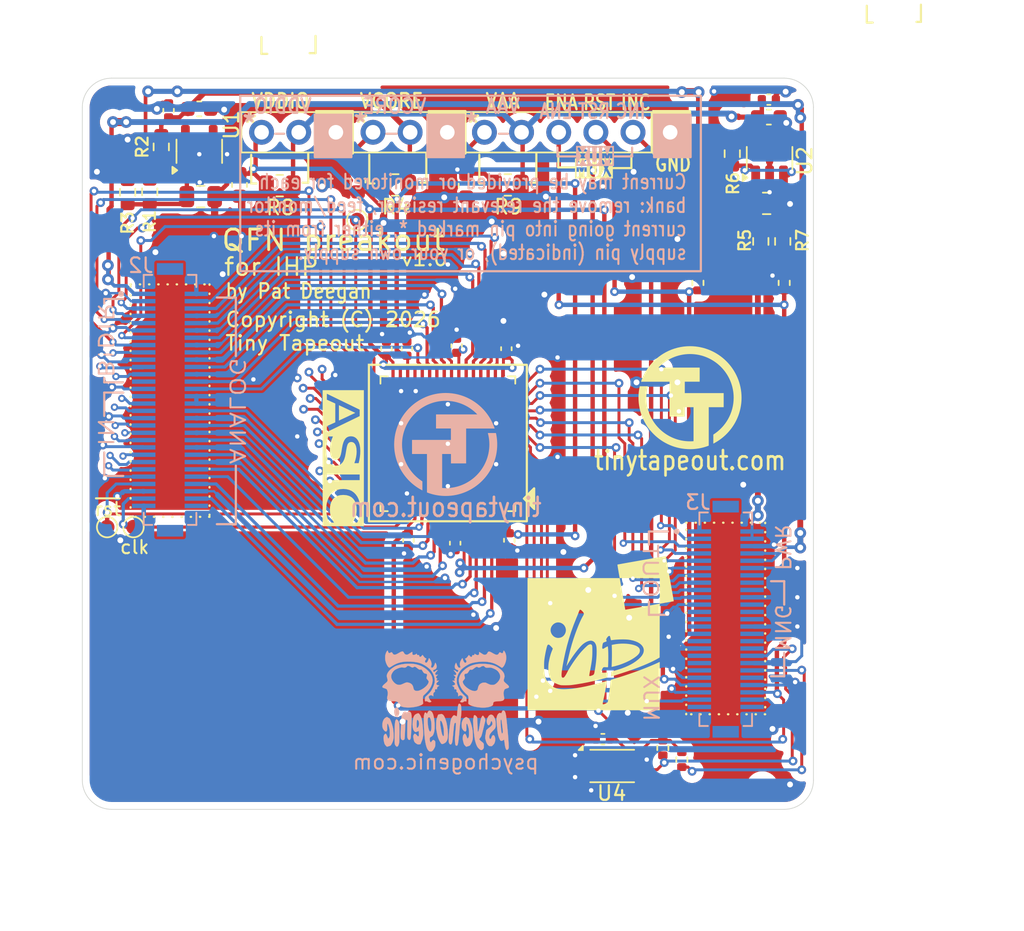
<source format=kicad_pcb>
(kicad_pcb (version 20241229) (generator "pcbnew") (generator_version "9.0")
  (title_block (title "QFN Breakout For TinyTapeout IHP ASICs") (date "2026-02-09") (rev "1.0") (company "Psychogenic Technologies INC") (comment 1 "(C) 2026 Pat Deegan"))
  (layers (0 "F.Cu" signal) (4 "In1.Cu" power) (6 "In2.Cu" mixed) (2 "B.Cu" signal) (13 "F.Paste" user) (15 "B.Paste" user) (5 "F.SilkS" user "F.Silkscreen") (7 "B.SilkS" user "B.Silkscreen") (1 "F.Mask" user) (3 "B.Mask" user) (25 "Edge.Cuts" user))
  (net 0 "")
  (net 1 "GND")
  (net 2 "/VCOREIN")
  (net 3 "VCORE_{REG}")
  (net 4 "/res_extra")
  (net 5 "/an11")
  (net 6 "/an10")
  (net 7 "VDD_{IO}")
  (net 8 "VDD_{CORE}")
  (net 9 "VIO_{REG}")
  (net 10 "/VDIN")
  (net 11 "VAA")
  (net 12 "/c_sel_inc")
  (net 13 "/c_ena")
  (net 14 "/an0")
  (net 15 "/an8")
  (net 16 "/an6")
  (net 17 "/an5")
  (net 18 "/an2")
  (net 19 "/an9")
  (net 20 "/an4")
  (net 21 "/RES1")
  (net 22 "+3V3")
  (net 23 "/RES2")
  (net 25 "/uin1")
  (net 26 "/RES3")
  (net 27 "/an15")
  (net 28 "/p_rst")
  (net 29 "/uin4")
  (net 30 "/uin7")
  (net 31 "/an3")
  (net 32 "/an14")
  (net 33 "/an1")
  (net 34 "/p_clk")
  (net 35 "/uio1")
  (net 36 "/uin3")
  (net 37 "/uin5")
  (net 38 "/uio0")
  (net 39 "/uin2")
  (net 40 "/uin6")
  (net 41 "/an7")
  (net 42 "/uin0")
  (net 44 "/mngIO3")
  (net 45 "/mngIO2")
  (net 46 "/reserved4")
  (net 47 "/uio6")
  (net 48 "/uio7")
  (net 49 "/uout6")
  (net 50 "/uio4")
  (net 51 "/uout7")
  (net 52 "/uout1")
  (net 53 "+5V")
  (net 54 "/uio5")
  (net 55 "/mngIO4")
  (net 56 "/uout3")
  (net 57 "/reserved3")
  (net 58 "/uio2")
  (net 59 "/uout0")
  (net 60 "/uio3")
  (net 61 "/uout2")
  (net 62 "/uout4")
  (net 63 "/uout5")
  (net 65 "/mngIO5")
  (net 71 "/mngIO1")
  (net 72 "/mngIO6")
  (net 73 "/mngIO0")
  (net 76 "/mngIO7")
  (net 79 "/an12")
  (net 80 "/an13")
  (net 82 "/c_rst_n")
  (footprint "Capacitor_SMD:C_0402_1005Metric" (layer "F.Cu") (at 159.95 50.4625)
    (property "Reference" "C7" (hide yes))
    (property "Value" "100nF" (hide yes))
  )
  (footprint "flyingcarsfootprints:StitchingVia-0.3mm" (layer "F.Cu") (at 138 74)
    (property "Reference" "STITCHEP01" (hide yes))
    (property "Value" "StitchingVia-0.3mm" (hide yes))
  )
  (footprint "flyingcarsfootprints:StitchingVia-0.3mm" (layer "F.Cu") (at 145.5 74.9)
    (property "Reference" "STITCHSM01" (hide yes))
    (property "Value" "StitchingVia-0.3mm" (hide yes))
  )
  (footprint "Capacitor_SMD:C_0603_1608Metric" (layer "F.Cu") (at 131.85 56 -90)
    (property "Reference" "C4" (hide yes))
    (property "Value" "1uF")
  )
  (footprint "Capacitor_SMD:C_0603_1608Metric" (layer "F.Cu") (at 159.95 51.6625)
    (property "Reference" "C6" (hide yes))
    (property "Value" "1uF" (hide yes))
  )
  (footprint "Fiducial:Fiducial_1mm_Mask2mm" (layer "F.Cu") (at 116 50.5)
    (property "Reference" "FID3" (hide yes))
    (property "Value" "Fiducial" (hide yes))
  )
  (footprint "TinyTapeout:logo_IHP" (layer "F.Cu") (at 148.45 86.95)
    (property "Reference" "LOGOIHP" (hide yes))
    (property "Value" "LOGO" (hide yes))
  )
  (footprint "Resistor_SMD:R_0805_2012Metric" (layer "F.Cu") (at 142.1 56.3 180)
    (property "Reference" "R9")
    (property "Value" "0")
  )
  (footprint "flyingcarsfootprints:StitchingVia-0.3mm" (layer "F.Cu") (at 141.3 75.4)
    (property "Reference" "STITCHEP01" (hide yes))
    (property "Value" "StitchingVia-0.3mm" (hide yes))
  )
  (footprint "Resistor_SMD:R_0805_2012Metric" (layer "F.Cu") (at 126.5 56.35 180)
    (property "Reference" "R8")
    (property "Value" "0")
  )
  (footprint "flyingcarsfootprints:StitchingVia-0.4mmDrill" (layer "F.Cu") (at 145.9 81.4)
    (property "Reference" "STITCH01" (hide yes))
    (property "Value" "StitchingVia-0.4mmDrill" (hide yes))
  )
  (footprint "flyingcarsfootprints:StitchingVia-0.4mmDrill" (layer "F.Cu") (at 153.7 60)
    (property "Reference" "STITCH01" (hide yes))
    (property "Value" "StitchingVia-0.4mmDrill" (hide yes))
  )
  (footprint "flyingcarsfootprints:StitchingVia-0.4mmDrill" (layer "F.Cu") (at 116.1 53.2)
    (property "Reference" "STITCH01" (hide yes))
    (property "Value" "StitchingVia-0.4mmDrill" (hide yes))
  )
  (footprint "Fiducial:Fiducial_1mm_Mask2mm" (layer "F.Cu") (at 159.5 97.5)
    (property "Reference" "FID2" (hide yes))
    (property "Value" "Fiducial" (hide yes))
  )
  (footprint "Fiducial:Fiducial_1mm_Mask2mm" (layer "F.Cu") (at 114.5 97.5)
    (property "Reference" "FID1" (hide yes))
    (property "Value" "Fiducial" (hide yes))
  )
  (footprint "flyingcarsfootprints:StitchingVia-0.4mmDrill" (layer "F.Cu") (at 114 55.4)
    (property "Reference" "STITCH01" (hide yes))
    (property "Value" "StitchingVia-0.4mmDrill" (hide yes))
  )
  (footprint "flyingcarsfootprints:StitchingVia-0.4mmDrill" (layer "F.Cu") (at 141.8 65.6)
    (property "Reference" "STITCH01" (hide yes))
    (property "Value" "StitchingVia-0.4mmDrill" (hide yes))
  )
  (footprint "Capacitor_SMD:C_0402_1005Metric" (layer "F.Cu") (at 135.2 67.5 90)
    (property "Reference" "C13" (hide yes))
    (property "Value" "1u")
  )
  (footprint "flyingcarsfootprints:StitchingVia-0.4mmDrill" (layer "F.Cu") (at 137.75 57.15)
    (property "Reference" "STITCH01" (hide yes))
    (property "Value" "StitchingVia-0.4mmDrill" (hide yes))
  )
  (footprint "Capacitor_SMD:C_0603_1608Metric" (layer "F.Cu") (at 123.75 56.3 -90)
    (property "Reference" "C9" (hide yes))
    (property "Value" "1uF")
  )
  (footprint "Capacitor_SMD:C_0603_1608Metric" (layer "F.Cu") (at 139.25 56.35 -90)
    (property "Reference" "C8" (hide yes))
    (property "Value" "1uF")
  )
  (footprint "Capacitor_SMD:C_0402_1005Metric" (layer "F.Cu") (at 142.2 80.6 -90)
    (property "Reference" "C14" (hide yes))
    (property "Value" "1u")
  )
  (footprint "Capacitor_SMD:C_0402_1005Metric" (layer "F.Cu") (at 135.3 80.6 -90)
    (property "Reference" "C10" (hide yes))
    (property "Value" "1u")
  )
  (footprint "Logos:TT_logo" (layer "F.Cu") (at 154.6 70.9)
    (property "Reference" "TTLOGO1" (hide yes))
    (property "Value" "TT_logo" (hide yes))
  )
  (footprint "Resistor_SMD:R_0603_1608Metric" (layer "F.Cu") (at 157.45 54.1625 90)
    (property "Reference" "R6")
    (property "Value" "0" (hide yes))
  )
  (footprint "Capacitor_SMD:C_0805_2012Metric" (layer "F.Cu") (at 159.8 57.5625)
    (property "Reference" "C5" (hide yes))
    (property "Value" "10uF" (hide yes))
  )
  (footprint "Connector_PinHeader_2.54mm:PinHeader_1x12_P2.54mm_Vertical" (layer "F.Cu") (at 153.2 52.7 -90)
    (property "Reference" "J1" (hide yes))
    (property "Value" "Conn_01x12")
  )
  (footprint "flyingcarsfootprints:StitchingVia-0.4mmDrill" (layer "F.Cu") (at 115.6 80.6)
    (property "Reference" "STITCH01" (hide yes))
    (property "Value" "StitchingVia-0.4mmDrill" (hide yes))
  )
  (footprint "flyingcarsfootprints:StitchingVia-0.3mm" (layer "F.Cu") (at 148.6 56.4)
    (property "Reference" "STITCHSM01" (hide yes))
    (property "Value" "StitchingVia-0.3mm" (hide yes))
  )
  (footprint "flyingcarsfootprints:StitchingVia-0.4mmDrill" (layer "F.Cu") (at 134.9 93)
    (property "Reference" "STITCH01" (hide yes))
    (property "Value" "StitchingVia-0.4mmDrill" (hide yes))
  )
  (footprint "flyingcarsfootprints:StitchingVia-0.3mm" (layer "F.Cu") (at 141.3 72.6)
    (property "Reference" "STITCHEP01" (hide yes))
    (property "Value" "StitchingVia-0.3mm" (hide yes))
  )
  (footprint "flyingcarsfootprints:StitchingVia-0.4mmDrill" (layer "F.Cu") (at 144.2 93)
    (property "Reference" "STITCH01" (hide yes))
    (property "Value" "StitchingVia-0.4mmDrill" (hide yes))
  )
  (footprint "TestPoint:TestPoint_Pad_D1.0mm" (layer "F.Cu") (at 114.7 79.7)
    (property "Reference" "TP2" (hide yes))
    (property "Value" "TestPoint")
  )
  (footprint "Resistor_SMD:R_0402_1005Metric" (layer "F.Cu") (at 161 63 90)
    (property "Reference" "R11" (hide yes))
    (property "Value" "1k")
  )
  (footprint "Capacitor_SMD:C_0402_1005Metric" (layer "F.Cu") (at 148.6 94.2)
    (property "Reference" "C15" (hide yes))
    (property "Value" "100nF" (hide yes))
  )
  (footprint "Capacitor_SMD:C_0402_1005Metric" (layer "F.Cu") (at 118.9 51.2 90)
    (property "Reference" "C3" (hide yes))
    (property "Value" "100nF" (hide yes))
  )
  (footprint "TestPoint:TestPoint_Pad_D1.0mm" (layer "F.Cu") (at 131.8 58.7)
    (property "Reference" "TP3" (hide yes))
    (property "Value" "TestPoint" (hide yes))
  )
  (footprint "Capacitor_SMD:C_0603_1608Metric" (layer "F.Cu") (at 121 51.1)
    (property "Reference" "C2" (hide yes))
    (property "Value" "1uF" (hide yes))
  )
  (footprint "flyingcarsfootprints:StitchingVia-0.4mmDrill" (layer "F.Cu") (at 161.4 97.3)
    (property "Reference" "STITCH01" (hide yes))
    (property "Value" "StitchingVia-0.4mmDrill" (hide yes))
  )
  (footprint "Package_TO_SOT_SMD:SOT-23-5" (layer "F.Cu") (at 160 54.5 90)
    (property "Reference" "U2")
    (property "Value" "AP2112K-1.8" (hide yes))
  )
  (footprint "flyingcarsfootprints:StitchingVia-0.4mmDrill" (layer "F.Cu") (at 150.4 85.9)
    (property "Reference" "STITCH01" (hide yes))
    (property "Value" "StitchingVia-0.4mmDrill" (hide yes))
  )
  (footprint "flyingcarsfootprints:StitchingVia-0.4mmDrill" (layer "F.Cu") (at 153.7 69.8)
    (property "Reference" "STITCH01" (hide yes))
    (property "Value" "StitchingVia-0.4mmDrill" (hide yes))
  )
  (footprint "Resistor_SMD:R_0805_2012Metric" (layer "F.Cu") (at 134.4 56.3 180)
    (property "Reference" "R4")
    (property "Value" "0")
  )
  (footprint "flyingcarsfootprints:StitchingVia-0.4mmDrill" (layer "F.Cu") (at 160.2 93.5)
    (property "Reference" "STITCH01" (hide yes))
    (property "Value" "StitchingVia-0.4mmDrill" (hide yes))
  )
  (footprint "flyingcarsfootprints:StitchingVia-0.3mm" (layer "F.Cu") (at 138 71.3)
    (property "Reference" "STITCHEP01" (hide yes))
    (property "Value" "StitchingVia-0.3mm" (hide yes))
  )
  (footprint "Capacitor_SMD:C_0402_1005Metric" (layer "F.Cu") (at 138.5 80.8 -90)
    (property "Reference" "C16" (hide yes))
    (property "Value" "1u")
  )
  (footprint "Resistor_SMD:R_0603_1608Metric" (layer "F.Cu") (at 118.4 53.7 90)
    (property "Reference" "R2")
    (property "Value" "0" (hide yes))
  )
  (footprint "flyingcarsfootprints:StitchingVia-0.4mmDrill" (layer "F.Cu") (at 133.6 58.9)
    (property "Reference" "STITCH01" (hide yes))
    (property "Value" "StitchingVia-0.4mmDrill" (hide yes))
  )
  (footprint "flyingcarsfootprints:StitchingVia-0.4mmDrill" (layer "F.Cu") (at 141.8 61)
    (property "Reference" "STITCH01" (hide yes))
    (property "Value" "StitchingVia-0.4mmDrill" (hide yes))
  )
  (footprint "Capacitor_SMD:C_0402_1005Metric" (layer "F.Cu") (at 138.6 67.3 90)
    (property "Reference" "C17" (hide yes))
    (property "Value" "1u")
  )
  (footprint "flyingcarsfootprints:StitchingVia-0.4mmDrill" (layer "F.Cu") (at 158.2 76.8)
    (property "Reference" "STITCH01" (hide yes))
    (property "Value" "StitchingVia-0.4mmDrill" (hide yes))
  )
  (footprint "flyingcarsfootprints:StitchingVia-0.4mmDrill" (layer "F.Cu") (at 150.7 55.4)
    (property "Reference" "STITCH01" (hide yes))
    (property "Value" "StitchingVia-0.4mmDrill" (hide yes))
  )
  (footprint "flyingcarsfootprints:StitchingVia-0.3mm" (layer "F.Cu") (at 145.5 68.1)
    (property "Reference" "STITCHSM01" (hide yes))
    (property "Value" "StitchingVia-0.3mm" (hide yes))
  )
  (footprint "flyingcarsfootprints:StitchingVia-0.4mmDrill" (layer "F.Cu") (at 150.9 69.8)
    (property "Reference" "STITCH01" (hide yes))
    (property "Value" "StitchingVia-0.4mmDrill" (hide yes))
  )
  (footprint "flyingcarsfootprints:StitchingVia-0.4mmDrill" (layer "F.Cu") (at 141 58.8)
    (property "Reference" "STITCH01" (hide yes))
    (property "Value" "StitchingVia-0.4mmDrill" (hide yes))
  )
  (footprint "flyingcarsfootprints:StitchingVia-0.3mm" (layer "F.Cu") (at 145 90.9)
    (property "Reference" "STITCHSM01" (hide yes))
    (property "Value" "StitchingVia-0.3mm" (hide yes))
  )
  (footprint "flyingcarsfootprints:StitchingVia-0.3mm" (layer "F.Cu") (at 156.2 49.9)
    (property "Reference" "STITCHSM01" (hide yes))
    (property "Value" "StitchingVia-0.3mm" (hide yes))
  )
  (footprint "flyingcarsfootprints:StitchingVia-0.4mmDrill" (layer "F.Cu") (at 122.6 62.4)
    (property "Reference" "STITCH01" (hide yes))
    (property "Value" "StitchingVia-0.4mmDrill" (hide yes))
  )
  (footprint "Resistor_SMD:R_0402_1005Metric" (layer "F.Cu") (at 155.1 63 90)
    (property "Reference" "R10" (hide yes))
    (property "Value" "1k")
  )
  (footprint "flyingcarsfootprints:StitchingVia-0.3mm" (layer "F.Cu") (at 134.8 72.6)
    (property "Reference" "STITCHEP01" (hide yes))
    (property "Value" "StitchingVia-0.3mm" (hide yes))
  )
  (footprint "flyingcarsfootprints:StitchingVia-0.4mmDrill" (layer "F.Cu") (at 129.4 56.4)
    (property "Reference" "STITCH01" (hide yes))
    (property "Value" "StitchingVia-0.4mmDrill" (hide yes))
  )
  (footprint "Capacitor_SMD:C_0402_1005Metric" (layer "F.Cu") (at 142 67.5 90)
    (property "Reference" "C11" (hide yes))
    (property "Value" "1u")
  )
  (footprint "Resistor_SMD:R_0603_1608Metric" (layer "F.Cu") (at 159.4 60.1625 90)
    (property "Reference" "R5")
    (property "Value" "0" (hide yes))
  )
  (footprint "Resistor_SMD:R_0402_1005Metric" (layer "F.Cu") (at 154 95.6 -90)
    (property "Reference" "R12" (hide yes))
    (property "Value" "2k" (hide yes))
  )
  (footprint "flyingcarsfootprints:StitchingVia-0.4mmDrill" (layer "F.Cu") (at 141.3 86.6)
    (property "Reference" "STITCH01" (hide yes))
    (property "Value" "StitchingVia-0.4mmDrill" (hide yes))
  )
  (footprint "Resistor_SMD:R_0402_1005Metric" (layer "F.Cu") (at 152.7 94.8 -90)
    (property "Reference" "R13" (hide yes))
    (property "Value" "2k" (hide yes))
  )
  (footprint "flyingcarsfootprints:StitchingVia-0.4mmDrill" (layer "F.Cu") (at 144.7 57.1)
    (property "Reference" "STITCH01" (hide yes))
    (property "Value" "StitchingVia-0.4mmDrill" (hide yes))
  )
  (footprint "flyingcarsfootprints:StitchingVia-0.4mmDrill" (layer "F.Cu") (at 147.6 84)
    (property "Reference" "STITCH01" (hide yes))
    (property "Value" "StitchingVia-0.4mmDrill" (hide yes))
  )
  (footprint "Capacitor_SMD:C_0805_2012Metric" (layer "F.Cu") (at 121.1 57.1)
    (property "Reference" "C1" (hide yes))
    (property "Value" "10uF" (hide yes))
  )
  (footprint "flyingcarsfootprints:StitchingVia-0.4mmDrill" (layer "F.Cu") (at 118 60.9)
    (property "Reference" "STITCH01" (hide yes))
    (property "Value" "StitchingVia-0.4mmDrill" (hide yes))
  )
  (footprint "Package_DFN_QFN:DFN-8-1EP_3x2mm_P0.5mm_EP1.75x1.45mm" (layer "F.Cu") (at 149.2375 96.0375)
    (property "Reference" "U4")
    (property "Value" "24LC02" (hide yes))
  )
  (footprint "flyingcarsfootprints:StitchingVia-0.3mm" (layer "F.Cu") (at 134.8 75.4)
    (property "Reference" "STITCHEP01" (hide yes))
    (property "Value" "StitchingVia-0.3mm" (hide yes))
  )
  (footprint "Package_TO_SOT_SMD:SOT-23-5" (layer "F.Cu") (at 121 54 90)
    (property "Reference" "U1")
    (property "Value" "AP2112K-1.2" (hide yes))
  )
  (footprint "flyingcarsfootprints:StitchingVia-0.4mmDrill" (layer "F.Cu") (at 150.3 92.4)
    (property "Reference" "STITCH01" (hide yes))
    (property "Value" "StitchingVia-0.4mmDrill" (hide yes))
  )
  (footprint "TestPoint:TestPoint_Pad_D1.0mm" (layer "F.Cu") (at 116.5 79.7)
    (property "Reference" "TP1" (hide yes))
    (property "Value" "TestPoint")
  )
  (footprint "Resistor_SMD:R_0603_1608Metric" (layer "F.Cu") (at 160.9 60.1625 90)
    (property "Reference" "R7")
    (property "Value" "0" (hide yes))
  )
  (footprint "Resistor_SMD:R_0603_1608Metric" (layer "F.Cu") (at 116.1 56.8 -90)
    (property "Reference" "R3")
    (property "Value" "0" (hide yes))
  )
  (footprint "flyingcarsfootprints:StitchingVia-0.4mmDrill" (layer "F.Cu") (at 144.6 63.8)
    (property "Reference" "STITCH01" (hide yes))
    (property "Value" "StitchingVia-0.4mmDrill" (hide yes))
  )
  (footprint "flyingcarsfootprints:StitchingVia-0.4mmDrill" (layer "F.Cu") (at 150.6 62.6)
    (property "Reference" "STITCH01" (hide yes))
    (property "Value" "StitchingVia-0.4mmDrill" (hide yes))
  )
  (footprint "Resistor_SMD:R_0603_1608Metric" (layer "F.Cu") (at 117.61 56.775 -90)
    (property "Reference" "R1")
    (property "Value" "0" (hide yes))
  )
  (footprint "Capacitor_SMD:C_0402_1005Metric" (layer "F.Cu") (at 133.8 67.5 90)
    (property "Reference" "C12" (hide yes))
    (property "Value" "1u")
  )
  (footprint "TinyTapeout:QFN-64-1EP_9x9mm_P0.5mm_EP4.7x4.7mm_IHP" (layer "F.Cu") (at 138 74 180)
    (property "Reference" "U3" (hide yes))
    (property "Value" "TT_IHP_ASIC")
  )
  (footprint "flyingcarsfootprints:StitchingVia-0.3mm" (layer "F.Cu") (at 138 76.9)
    (property "Reference" "STITCHEP01" (hide yes))
    (property "Value" "StitchingVia-0.3mm" (hide yes))
  )
  (footprint "TinyTapeout:HRS_DF12NB-60DS-0.5V_51" (layer "B.Cu") (at 119 71 90)
    (property "Reference" "J2")
    (property "Value" "DF12NB-60DS-0.5V_51")
  )
  (footprint "Logos:TT_logo" (layer "B.Cu") (at 137.809833 74.1 180)
    (property "Reference" "TTLOGO1" (hide yes))
    (property "Value" "TT_logo" (hide yes))
  )
  (footprint "TinyTapeout:HRS_DF12NB-50DS-0.5V_51" (layer "B.Cu") (at 157 86 90)
    (property "Reference" "J3")
    (property "Value" "DF12NB-50DS-0.5V_51")
  )
  (footprint "flyingcarsfootprints:PsychoLogoSmall" (layer "B.Cu") (at 137.900529 91.55 180)
    (property "Reference" "PSYLOGOB" (hide yes))
    (property "Value" "PSYLOGO" (hide yes))
  )
  (gr_line (start 143.65 56.15) (end 144.05 56.15) (stroke (width 0.15)) (layer "F.SilkS"))
  (gr_line (start 140.15 54.2375) (end 140.15 56.2) (stroke (width 0.15)) (layer "F.SilkS"))
  (gr_line (start 150.55 54.25) (end 150.55 55.15) (stroke (width 0.15)) (layer "F.SilkS"))
  (gr_line (start 132.625 56.2) (end 132.975 56.2) (stroke (width 0.15)) (layer "F.SilkS"))
  (gr_line (start 145.55 54.2) (end 145.55 55.1) (stroke (width 0.15)) (layer "F.SilkS"))
  (gr_line (start 128.45 54.1625) (end 128.45 56.15) (stroke (width 0.15)) (layer "F.SilkS"))
  (gr_line (start 132.625 54.2375) (end 132.625 56.2) (stroke (width 0.15)) (layer "F.SilkS"))
  (gr_line (start 170.35 43.975) (end 170.35 45.15) (stroke (width 0.15)) (layer "F.SilkS"))
  (gr_line (start 166.65 44.05) (end 166.65 45.15) (stroke (width 0.15)) (layer "F.SilkS"))
  (gr_line (start 128.05 56.15) (end 128.45 56.15) (stroke (width 0.15)) (layer "F.SilkS"))
  (gr_line (start 146.65 55.1) (end 145.55 55.1) (stroke (width 0.15)) (layer "F.SilkS"))
  (gr_line (start 136.525 54.1625) (end 136.525 56.15) (stroke (width 0.15)) (layer "F.SilkS"))
  (gr_rect (start 136.7 51.25) (end 139.2 54.15) (stroke (width 0.15)) (fill yes) (layer "F.SilkS"))
  (gr_line (start 128.95 46.1125) (end 128.95 47.2875) (stroke (width 0.15)) (layer "F.SilkS"))
  (gr_line (start 170.05 45.15) (end 170.35 45.15) (stroke (width 0.15)) (layer "F.SilkS"))
  (gr_line (start 125.25 47.3375) (end 125.65 47.3375) (stroke (width 0.15)) (layer "F.SilkS"))
  (gr_rect (start 154.3 79.4) (end 159.7 92.5) (stroke (width 0.15) (type dot)) (fill no) (layer "F.SilkS"))
  (gr_rect (start 129 51.25) (end 131.5 54.15) (stroke (width 0.15)) (fill yes) (layer "F.SilkS"))
  (gr_line (start 140.15 56.2) (end 140.5 56.2) (stroke (width 0.15)) (layer "F.SilkS"))
  (gr_line (start 128.55 47.2875) (end 128.95 47.2875) (stroke (width 0.15)) (layer "F.SilkS"))
  (gr_line (start 166.65 45.2) (end 167.05 45.2) (stroke (width 0.15)) (layer "F.SilkS"))
  (gr_line (start 144.05 54.1625) (end 144.05 56.15) (stroke (width 0.15)) (layer "F.SilkS"))
  (gr_line (start 136.125 56.15) (end 136.525 56.15) (stroke (width 0.15)) (layer "F.SilkS"))
  (gr_line (start 125.25 46.1875) (end 125.25 47.3375) (stroke (width 0.15)) (layer "F.SilkS"))
  (gr_rect (start 152.05 51.25) (end 154.55 54.15) (stroke (width 0.15)) (fill yes) (layer "F.SilkS"))
  (gr_rect (start 116.3 63.1) (end 121.7 79) (stroke (width 0.15) (type dot)) (fill no) (layer "F.SilkS"))
  (gr_rect (start 132.6 68.6) (end 143.4 79.3) (stroke (width 0.15)) (fill no) (layer "F.SilkS"))
  (gr_line (start 124.55 56.2) (end 124.9 56.2) (stroke (width 0.15)) (layer "F.SilkS"))
  (gr_line (start 149.25 55.15) (end 150.55 55.15) (stroke (width 0.15)) (layer "F.SilkS"))
  (gr_poly (pts (xy 143.2 77.75) (xy 143.9 77.05) (xy 143.9 78.45) (xy 143.85 78.4)) (stroke (width 0.15)) (fill yes) (layer "F.SilkS"))
  (gr_line (start 124.55 54.2375) (end 124.55 56.2) (stroke (width 0.15)) (layer "F.SilkS"))
  (gr_rect (start 152.1 51.5) (end 154.6 54.4) (stroke (width 0.15)) (fill yes) (layer "B.SilkS"))
  (gr_line (start 161 89.9) (end 161 88.3) (stroke (width 0.15)) (layer "B.SilkS"))
  (gr_line (start 134.5 52.8) (end 133.8 52.8) (stroke (width 0.15)) (layer "B.SilkS"))
  (gr_line (start 123.5 64) (end 122.2 64) (stroke (width 0.15)) (layer "B.SilkS"))
  (gr_rect (start 128.9 51.5) (end 131.4 54.4) (stroke (width 0.15)) (fill yes) (layer "B.SilkS"))
  (gr_line (start 123.5 79.5) (end 123.5 75.5) (stroke (width 0.15)) (layer "B.SilkS"))
  (gr_line (start 115.8 70.5) (end 114.5 70.5) (stroke (width 0.15)) (layer "B.SilkS"))
  (gr_line (start 150.6 54.35) (end 150.6 53.75) (stroke (width 0.15)) (layer "B.SilkS"))
  (gr_line (start 149.4 54.35) (end 150.6 54.35) (stroke (width 0.15)) (layer "B.SilkS"))
  (gr_line (start 126.8 52.8) (end 126.2 52.8) (stroke (width 0.15)) (layer "B.SilkS"))
  (gr_line (start 161 83.4) (end 160.1 83.4) (stroke (width 0.15)) (layer "B.SilkS"))
  (gr_line (start 123.5 68) (end 123.5 64) (stroke (width 0.15)) (layer "B.SilkS"))
  (gr_line (start 161 89.9) (end 160.1 89.9) (stroke (width 0.15)) (layer "B.SilkS"))
  (gr_line (start 161 85) (end 161 83.4) (stroke (width 0.15)) (layer "B.SilkS"))
  (gr_line (start 115.8 64.1) (end 114.5 64.1) (stroke (width 0.15)) (layer "B.SilkS"))
  (gr_line (start 151.75 85.7) (end 151.75 84.8) (stroke (width 0.15)) (layer "B.SilkS"))
  (gr_line (start 114.5 72.1) (end 114.5 70.5) (stroke (width 0.15)) (layer "B.SilkS"))
  (gr_line (start 115.8 69.8) (end 114.5 69.8) (stroke (width 0.15)) (layer "B.SilkS"))
  (gr_rect (start 136.6 51.5) (end 139.1 54.4) (stroke (width 0.15)) (fill yes) (layer "B.SilkS"))
  (gr_line (start 151.75 80.9) (end 151.75 80) (stroke (width 0.15)) (layer "B.SilkS"))
  (gr_line (start 145.5 54.35) (end 145.5 53.75) (stroke (width 0.15)) (layer "B.SilkS"))
  (gr_rect (start 123.8 50.2) (end 155.3 62.2) (stroke (width 0.15)) (fill no) (layer "B.SilkS"))
  (gr_line (start 142.1 52.8) (end 141.5 52.8) (stroke (width 0.15)) (layer "B.SilkS"))
  (gr_line (start 145.5 54.35) (end 146.9 54.35) (stroke (width 0.15)) (layer "B.SilkS"))
  (gr_line (start 114.5 69.8) (end 114.5 69.5) (stroke (width 0.15)) (layer "B.SilkS"))
  (gr_line (start 153.05 80) (end 151.75 80) (stroke (width 0.15)) (layer "B.SilkS"))
  (gr_line (start 114.5 64.4) (end 114.5 64.1) (stroke (width 0.15)) (layer "B.SilkS"))
  (gr_line (start 115.8 76.2) (end 114.5 76.2) (stroke (width 0.15)) (layer "B.SilkS"))
  (gr_line (start 123.5 79.5) (end 122.2 79.5) (stroke (width 0.15)) (layer "B.SilkS"))
  (gr_line (start 153.05 85.7) (end 151.75 85.7) (stroke (width 0.15)) (layer "B.SilkS"))
  (gr_line (start 114.5 76.2) (end 114.5 74.6) (stroke (width 0.15)) (layer "B.SilkS"))
  (gr_arc (start 113 51) (mid 113.585786 49.585786) (end 115 49) (stroke (width 0.05)) (layer "Edge.Cuts"))
  (gr_line (start 113 97) (end 113 51) (stroke (width 0.05)) (layer "Edge.Cuts"))
  (gr_line (start 163 51) (end 163 97) (stroke (width 0.05)) (layer "Edge.Cuts"))
  (gr_arc (start 161 49) (mid 162.414214 49.585786) (end 163 51) (stroke (width 0.05)) (layer "Edge.Cuts"))
  (gr_arc (start 115 99) (mid 113.585786 98.414214) (end 113 97) (stroke (width 0.05)) (layer "Edge.Cuts"))
  (gr_line (start 115 49) (end 161 49) (stroke (width 0.05)) (layer "Edge.Cuts"))
  (gr_line (start 161 99) (end 115 99) (stroke (width 0.05)) (layer "Edge.Cuts"))
  (gr_arc (start 163 97) (mid 162.414214 98.414214) (end 161 99) (stroke (width 0.05)) (layer "Edge.Cuts"))
  (gr_text "~{rst}" (at 113.75 79 0) (layer "F.SilkS") (effects (font (size 0.9 0.9) (thickness 0.14)) (justify left bottom)))
  (gr_text "ASIC" (at 129.35 70.55 270) (layer "F.SilkS" knockout) (effects (font (size 2.2 2.8) (thickness 0.3)) (justify left bottom)))
  (gr_text "by Pat Deegan" (at 122.7 64.15 0) (layer "F.SilkS") (effects (font (size 1 0.9)) (justify left bottom)))
  (gr_text "RST" (at 148.35 51.25 0) (layer "F.SilkS") (effects (font (size 1 0.8) (thickness 0.16) (bold yes)) (justify bottom)))
  (gr_text "MUX" (at 147.95 55.8 0) (layer "F.SilkS" knockout) (effects (font (size 1 0.8) (thickness 0.16) (bold yes)) (justify bottom)))
  (gr_text "tinytapeout.com" (at 154.559833 75.9 0) (layer "F.SilkS") (effects (font (size 1.3 1.1) (thickness 0.18) (bold yes)) (justify bottom)))
  (gr_text "clk" (at 115.5 81.6 0) (layer "F.SilkS") (effects (font (size 0.9 0.9) (thickness 0.14)) (justify left bottom)))
  (gr_text "INC" (at 150.85 51.25 0) (layer "F.SilkS") (effects (font (size 1 0.8) (thickness 0.16) (bold yes)) (justify bottom)))
  (gr_text "*" (at 139.1 52.95 0) (layer "F.SilkS") (effects (font (size 1.4 1.3) (thickness 0.2) (bold yes)) (justify left bottom)))
  (gr_text "GND" (at 153.4 55.45 0) (layer "F.SilkS") (effects (font (size 1 0.8) (thickness 0.16) (bold yes)) (justify bottom)))
  (gr_text "VCORE" (at 134.15 51.15 0) (layer "F.SilkS") (effects (font (size 1 0.9) (thickness 0.16) (bold yes)) (justify bottom)))
  (gr_text "Copyright (C) 2026 \nTiny Tapeout" (at 122.7 67.7 0) (layer "F.SilkS") (effects (font (size 1 1)) (justify left bottom)))
  (gr_text "v${REVISION}" (at 136.4 61.9 0) (layer "F.SilkS") (effects (font (size 0.8 1) (thickness 0.14) (bold yes)) (justify bottom)))
  (gr_text "QFN breakout" (at 122.4 60.9 0) (layer "F.SilkS") (effects (font (size 1.4 1.5) (thickness 0.2)) (justify left bottom)))
  (gr_text "for IHP" (at 122.6 62.6 0) (layer "F.SilkS") (effects (font (size 1.2 1.2) (thickness 0.16)) (justify left bottom)))
  (gr_text "VAA" (at 141.75 51.15 0) (layer "F.SilkS") (effects (font (size 1 0.9) (thickness 0.16) (bold yes)) (justify bottom)))
  (gr_text "*" (at 123.85 52.95 0) (layer "F.SilkS") (effects (font (size 1.4 1.3) (thickness 0.2) (bold yes)) (justify left bottom)))
  (gr_text "ENA" (at 145.75 51.25 0) (layer "F.SilkS") (effects (font (size 1 0.8) (thickness 0.16) (bold yes)) (justify bottom)))
  (gr_text "*" (at 131.45 52.95 0) (layer "F.SilkS") (effects (font (size 1.4 1.3) (thickness 0.2) (bold yes)) (justify left bottom)))
  (gr_text "VDDIO" (at 126.55 51.15 0) (layer "F.SilkS") (effects (font (size 1 0.9) (thickness 0.16) (bold yes)) (justify bottom)))
  (gr_text "OUT" (at 151.25 82.7 270) (layer "B.SilkS") (effects (font (size 1 1.3) (thickness 0.14)) (justify bottom mirror)))
  (gr_text "IN" (at 114 73.2 270) (layer "B.SilkS") (effects (font (size 1 1.3) (thickness 0.14)) (justify bottom mirror)))
  (gr_text "ANALOG" (at 123 75.5 270) (layer "B.SilkS") (effects (font (size 1 1.3) (thickness 0.14)) (justify left bottom mirror)))
  (gr_text "MUX" (at 151.3 91.4 270) (layer "B.SilkS") (effects (font (size 1 1) (thickness 0.14)) (justify bottom mirror)))
  (gr_text "VCORE" (at 134.35 51.5 0) (layer "B.SilkS") (effects (font (size 1 0.9) (thickness 0.16) (bold yes)) (justify bottom mirror)))
  (gr_text "RST" (at 148 51.85 0) (layer "B.SilkS") (effects (font (size 1 0.8) (thickness 0.16) (bold yes)) (justify bottom mirror)))
  (gr_text "Current may be provided or monitored for each \nbank: remove the relevant resistor, feed/monitor\ncurrent going into pin marked *, either from its\nsupply pin (indicated), or your own supply." (at 154.4 61.5 0) (layer "B.SilkS") (effects (font (size 1 0.8) (thickness 0.14)) (justify left bottom mirror)))
  (gr_text "ENA" (at 145.4 51.85 0) (layer "B.SilkS") (effects (font (size 1 0.8) (thickness 0.16) (bold yes)) (justify bottom mirror)))
  (gr_text "VAA" (at 141.75 51.5 0) (layer "B.SilkS") (effects (font (size 1 0.9) (thickness 0.16) (bold yes)) (justify bottom mirror)))
  (gr_text "*" (at 140.2 52.75 0) (layer "B.SilkS") (effects (font (size 1.2 1.2) (thickness 0.2)) (justify left bottom mirror)))
  (gr_text "*" (at 125 52.75 0) (layer "B.SilkS") (effects (font (size 1.2 1.2) (thickness 0.2)) (justify left bottom mirror)))
  (gr_text "INC" (at 150.5 51.85 0) (layer "B.SilkS") (effects (font (size 1 0.8) (thickness 0.16) (bold yes)) (justify bottom mirror)))
  (gr_text "*" (at 132.6 52.75 0) (layer "B.SilkS") (effects (font (size 1.2 1.2) (thickness 0.2)) (justify left bottom mirror)))
  (gr_text "tinytapeout.com" (at 137.85 79.1 0) (layer "B.SilkS") (effects (font (size 1.3 1.1) (thickness 0.18) (bold yes)) (justify bottom mirror)))
  (gr_text "BIDIR" (at 114 69.6 270) (layer "B.SilkS") (effects (font (size 1 1.3) (thickness 0.14)) (justify left bottom mirror)))
  (gr_text "MNG" (at 160.3 86.6 270) (layer "B.SilkS") (effects (font (size 1 1) (thickness 0.14)) (justify bottom mirror)))
  (gr_text "PWR" (at 160.3 81.1 270) (layer "B.SilkS") (effects (font (size 1 1) (thickness 0.14)) (justify bottom mirror)))
  (gr_text "psychogenic.com" (at 137.85 96.35 0) (layer "B.SilkS") (effects (font (size 1 1) (thickness 0.14)) (justify bottom mirror)))
  (gr_text "MUX" (at 148.1 54.95 0) (layer "B.SilkS" knockout) (effects (font (size 1 0.8) (thickness 0.16) (bold yes)) (justify bottom mirror)))
  (gr_text "VDDIO" (at 126.7 51.5 0) (layer "B.SilkS") (effects (font (size 1 0.9) (thickness 0.16) (bold yes)) (justify bottom mirror)))
  (segment (start 141.25 69.3875) (end 141.25 68.627645) (width 0.2) (layer "F.Cu") (net 1))
  (segment (start 138.25 69.3875) (end 138.25 68.36755) (width 0.2) (layer "F.Cu") (net 1))
  (segment (start 161.3625 57.5625) (end 161.4 57.6) (width 0.35) (layer "F.Cu") (net 1))
  (segment (start 141.25 79.25) (end 141.5 79.5) (width 0.2) (layer "F.Cu") (net 1))
  (segment (start 160.75 57.5625) (end 161.3625 57.5625) (width 0.35) (layer "F.Cu") (net 1))
  (segment (start 142.2 81.08) (end 142.53 81.08) (width 0.35) (layer "F.Cu") (net 1))
  (segment (start 138.6 66.82) (end 138.6 66.2) (width 0.2) (layer "F.Cu") (net 1))
  (segment (start 138.25 79.63245) (end 137.889 79.99345) (width 0.2) (layer "F.Cu") (net 1))
  (segment (start 161 62.49) (end 160.21 62.49) (width 0.2) (layer "F.Cu") (net 1))
  (segment (start 135.75 69.3875) (end 135.75 70.35) (width 0.2) (layer "F.Cu") (net 1))
  (segment (start 123.9 57.225) (end 123.9 59.8) (width 0.3) (layer "F.Cu") (net 1))
  (segment (start 121 55.1375) (end 121 56.09759) (width 0.2) (layer "F.Cu") (net 1))
  (segment (start 135.25 78.6125) (end 135.25 77.45) (width 0.2) (layer "F.Cu") (net 1))
  (segment (start 141.5 79.5) (end 141.5 80.58) (width 0.2) (layer "F.Cu") (net 1))
  (segment (start 161.119545 52.057045) (end 161.142438 52.057045) (width 0.3) (layer "F.Cu") (net 1))
  (segment (start 148.12 93.32) (end 148.1 93.3) (width 0.2) (layer "F.Cu") (net 1))
  (segment (start 132.425 56.775) (end 133.6 57.95) (width 0.25) (layer "F.Cu") (net 1))
  (segment (start 134.8 75.4) (end 141.3 75.4) (width 0.2) (layer "F.Cu") (net 1))
  (segment (start 147.7875 95.2875) (end 146.7125 95.2875) (width 0.2) (layer "F.Cu") (net 1))
  (segment (start 122.05 57.1) (end 122.05 59.75) (width 0.3) (layer "F.Cu") (net 1))
  (segment (start 141.5 80.58) (end 142 81.08) (width 0.2) (layer "F.Cu") (net 1))
  (segment (start 138.5 81.25755) (end 138.5 81.28) (width 0.2) (layer "F.Cu") (net 1))
  (segment (start 135.25 77.45) (end 135.2 77.4) (width 0.2) (layer "F.Cu") (net 1))
  (segment (start 121 55.1375) (end 121 54.2) (width 0.2) (layer "F.Cu") (net 1))
  (segment (start 138.25 68.36755) (end 137.968794 68.086344) (width 0.2) (layer "F.Cu") (net 1))
  (segment (start 135.3 81.2) (end 135 81.5) (width 0.2) (layer "F.Cu") (net 1))
  (segment (start 160 55.6375) (end 160 56.8) (width 0.35) (layer "F.Cu") (net 1))
  (segment (start 142 81.08) (end 142.2 81.08) (width 0.2) (layer "F.Cu") (net 1))
  (segment (start 160 52.3875) (end 160.725 51.6625) (width 0.3) (layer "F.Cu") (net 1))
  (segment (start 123.75 57.075) (end 123.9 57.225) (width 0.3) (layer "F.Cu") (net 1))
  (segment (start 147.7875 97.6875) (end 147.8 97.7) (width 0.16) (layer "F.Cu") (net 1))
  (segment (start 141.98 67.02) (end 142 67.02) (width 0.2) (layer "F.Cu") (net 1))
  (segment (start 147.7875 96.7875) (end 146.7125 96.7875) (width 0.2) (layer "F.Cu") (net 1))
  (segment (start 142 67.02) (end 142.52 67.02) (width 0.2) (layer "F.Cu") (net 1))
  (segment (start 122.05 57.1) (end 122.9 56.25) (width 0.3) (layer "F.Cu") (net 1))
  (segment (start 138.479555 66.82) (end 138.6 66.82) (width 0.2) (layer "F.Cu") (net 1))
  (segment (start 134.8 72.6) (end 141.3 72.6) (width 0.2) (layer "F.Cu") (net 1))
  (segment (start 146.7125 96.7875) (end 146.7 96.8) (width 0.2) (layer "F.Cu") (net 1))
  (segment (start 141.25 78.6125) (end 141.25 79.25) (width 0.2) (layer "F.Cu") (net 1))
  (segment (start 123.725 57.1) (end 123.75 57.075) (width 0.3) (layer "F.Cu") (net 1))
  (segment (start 138.237842 81.542158) (end 138.186386 81.542158) (width 0.2) (layer "F.Cu") (net 1))
  (segment (start 160.660044 49.922457) (end 161.1 49.922457) (width 0.3) (layer "F.Cu") (net 1))
  (segment (start 137.889 79.99345) (end 137.889 80.64655) (width 0.2) (layer "F.Cu") (net 1))
  (segment (start 141.25 68.627645) (end 141.36888 68.508765) (width 0.2) (layer "F.Cu") (net 1))
  (segment (start 141.36888 67.63112) (end 141.98 67.02) (width 0.2) (layer "F.Cu") (net 1))
  (segment (start 135.75 70.35) (end 135.8 70.4) (width 0.2) (layer "F.Cu") (net 1))
  (segment (start 148.12 94.2) (end 148.12 93.32) (width 0.2) (layer "F.Cu") (net 1))
  (segment (start 133.6 57.95) (end 133.6 58.9) (width 0.25) (layer "F.Cu") (net 1))
  (segment (start 121 56.09759) (end 121.028552 56.126142) (width 0.2) (layer "F.Cu") (net 1))
  (segment (start 160 56.8125) (end 160.75 57.5625) (width 0.35) (layer "F.Cu") (net 1))
  (segment (start 160.725 51.6625) (end 161.119545 52.057045) (width 0.3) (layer "F.Cu") (net 1))
  (segment (start 137.968794 68.086344) (end 137.968794 67.330761) (width 0.2) (layer "F.Cu") (net 1))
  (segment (start 160.43 50.4625) (end 160.43 50.152501) (width 0.3) (layer "F.Cu") (net 1))
  (segment (start 150.6875 95.7875) (end 151.4125 95.7875) (width 0.2) (layer "F.Cu") (net 1))
  (segment (start 135.3 81.08) (end 135.3 81.2) (width 0.2) (layer "F.Cu") (net 1))
  (segment (start 134.75 69.3875) (end 134.75 70.35) (width 0.2) (layer "F.Cu") (net 1))
  (segment (start 160 53.2) (end 160 53.1) (width 0.3) (layer "F.Cu") (net 1))
  (segment (start 142.53 81.08) (end 142.75 81.3) (width 0.35) (layer "F.Cu") (net 1))
  (segment (start 133.8 67.02) (end 133.8 66.8) (width 0.2) (layer "F.Cu") (net 1))
  (segment (start 137.889 80.64655) (end 138.5 81.25755) (width 0.2) (layer "F.Cu") (net 1))
  (segment (start 122.05 59.75) (end 122 59.8) (width 0.3) (layer "F.Cu") (net 1))
  (segment (start 160 53.1) (end 160 52.3875) (width 0.3) (layer "F.Cu") (net 1))
  (segment (start 138 71.3) (end 138 76.9) (width 0.2) (layer "F.Cu") (net 1))
  (segment (start 131.85 56.775) (end 132.425 56.775) (width 0.25) (layer "F.Cu") (net 1))
  (segment (start 135.2 67.02) (end 135.2 66.6) (width 0.2) (layer "F.Cu") (net 1))
  (segment (start 146.7125 95.2875) (end 146.7 95.3) (width 0.2) (layer "F.Cu") (net 1))
  (segment (start 133.8 66.8) (end 133.5 66.5) (width 0.2) (layer "F.Cu") (net 1))
  (segment (start 160 56.8) (end 160 56.8125) (width 0.35) (layer "F.Cu") (net 1))
  (segment (start 141.36888 68.508765) (end 141.36888 67.63112) (width 0.2) (layer "F.Cu") (net 1))
  (segment (start 151.4125 95.7875) (end 151.6 95.6) (width 0.2) (layer "F.Cu") (net 1))
  (segment (start 160.21 62.49) (end 160.2 62.5) (width 0.2) (layer "F.Cu") (net 1))
  (segment (start 137.968794 67.330761) (end 138.479555 66.82) (width 0.2) (layer "F.Cu") (net 1))
  (segment (start 135.2 66.6) (end 135.4 66.4) (width 0.2) (layer "F.Cu") (net 1))
  (segment (start 118.48 50.72) (end 118.1 51.1) (width 0.35) (layer "F.Cu") (net 1))
  (segment (start 138.25 78.6125) (end 138.25 79.63245) (width 0.2) (layer "F.Cu") (net 1))
  (segment (start 118.1 51.1) (end 118 51.2) (width 0.35) (layer "F.Cu") (net 1))
  (segment (start 122.05 57.1) (end 123.725 57.1) (width 0.3) (layer "F.Cu") (net 1))
  (segment (start 134.75 70.35) (end 134.8 70.4) (width 0.2) (layer "F.Cu") (net 1))
  (segment (start 142.52 67.02) (end 142.8 67.3) (width 0.2) (layer "F.Cu") (net 1))
  (segment (start 160 55.6375) (end 160 53.2) (width 0.3) (layer "F.Cu") (net 1))
  (segment (start 118.9 50.72) (end 118.48 50.72) (width 0.35) (layer "F.Cu") (net 1))
  (segment (start 160.43 50.152501) (end 160.660044 49.922457) (width 0.3) (layer "F.Cu") (net 1))
  (segment (start 121.775 51.1) (end 122.65 51.1) (width 0.4) (layer "F.Cu") (net 1))
  (segment (start 122.9 56.25) (end 122.9 54.2) (width 0.3) (layer "F.Cu") (net 1))
  (segment (start 138.5 81.28) (end 138.237842 81.542158) (width 0.2) (layer "F.Cu") (net 1))
  (segment (start 122.65 51.1) (end 122.7 51.15) (width 0.4) (layer "F.Cu") (net 1))
  (via (at 115.3938 77.590818) (size 0.6) (drill 0.3) (layers "F.Cu" "B.Cu") (net 1))
  (via (at 122.7 51.15) (size 0.8) (drill 0.4) (layers "F.Cu" "B.Cu") (net 1))
  (via (at 161.9 82.5) (size 0.6) (drill 0.3) (layers "F.Cu" "B.Cu") (net 1))
  (via (at 122 59.8) (size 0.6) (drill 0.3) (layers "F.Cu" "B.Cu") (net 1))
  (via (at 138.5 63.4) (size 0.6) (drill 0.3) (layers "F.Cu" "B.Cu") (net 1))
  (via (at 135.4 66.4) (size 0.6) (drill 0.3) (layers "F.Cu" "B.Cu") (net 1))
  (via (at 135.8 70.4) (size 0.6) (drill 0.3) (layers "F.Cu" "B.Cu") (net 1))
  (via (at 147.8 97.7) (size 0.65) (drill 0.3) (layers "F.Cu" "B.Cu") (net 1))
  (via (at 138.186386 81.542158) (size 0.6) (drill 0.3) (layers "F.Cu" "B.Cu") (net 1))
  (via (at 121.028552 56.126142) (size 0.6) (drill 0.3) (layers "F.Cu" "B.Cu") (net 1))
  (via (at 121 54.2) (size 0.6) (drill 0.3) (layers "F.Cu" "B.Cu") (net 1))
  (via (at 146.7 95.3) (size 0.6) (drill 0.3) (layers "F.Cu" "B.Cu") (net 1))
  (via (at 122.9 54.2) (size 0.6) (drill 0.3) (layers "F.Cu" "B.Cu") (net 1))
  (via (at 133.5 66.5) (size 0.6) (drill 0.3) (layers "F.Cu" "B.Cu") (net 1))
  (via (at 153.302833 90.750002) (size 0.6) (drill 0.3) (layers "F.Cu" "B.Cu") (net 1))
  (via (at 161.749 90.300003) (size 0.6) (drill 0.3) (layers "F.Cu" "B.Cu") (net 1))
  (via (at 118.1 51.1) (size 0.8) (drill 0.4) (layers "F.Cu" "B.Cu") (net 1))
  (via (at 114.6 63.7) (size 0.6) (drill 0.3) (layers "F.Cu" "B.Cu") (net 1))
  (via (at 160 56.8) (size 0.65) (drill 0.3) (layers "F.Cu" "B.Cu") (net 1))
  (via (at 134.8 70.4) (size 0.6) (drill 0.3) (layers "F.Cu" "B.Cu") (net 1))
  (via (at 138.6 66.2) (size 0.6) (drill 0.3) (layers "F.Cu" "B.Cu") (net 1))
  (via (at 142.75 81.3) (size 0.6) (drill 0.3) (layers "F.Cu" "B.Cu") (net 1))
  (via (at 142.8 67.3) (size 0.6) (drill 0.3) (layers "F.Cu" "B.Cu") (net 1))
  (via (at 151.6 95.6) (size 0.6) (drill 0.3) (layers "F.Cu" "B.Cu") (net 1))
  (via (at 115.025735 70.125735) (size 0.6) (drill 0.3) (layers "F.Cu" "B.Cu") (net 1))
  (via (at 160.2 62.5) (size 0.6) (drill 0.3) (layers "F.Cu" "B.Cu") (net 1))
  (via (at 153.1 87.2) (size 0.6) (drill 0.3) (layers "F.Cu" "B.Cu") (net 1))
  (via (at 161.9 86.5) (size 0.6) (drill 0.3) (layers "F.Cu" "B.Cu") (net 1))
  (via (at 127.7 73.5) (size 0.6) (drill 0.3) (layers "F.Cu" "B.Cu") (net 1))
  (via (at 153.135247 82.726369) (size 0.6) (drill 0.3) (layers "F.Cu" "B.Cu") (net 1))
  (via (at 124.7 69.6) (size 0.6) (drill 0.3) (layers "F.Cu" "B.Cu") (net 1))
  (via (at 123.9 59.8) (size 0.6) (drill 0.3) (layers "F.Cu" "B.Cu") (net 1))
  (via (at 114.4 74.088103) (size 0.6) (drill 0.3) (layers "F.Cu" "B.Cu") (net 1))
  (via (at 114.54105 76.354499) (size 0.6) (drill 0.3) (layers "F.Cu" "B.Cu") (net 1))
  (via (at 136.550985 82.398) (size 0.6) (drill 0.3) (layers "F.Cu" "B.Cu") (net 1))
  (via (at 148.1 93.3) (size 0.6) (drill 0.3) (layers "F.Cu" "B.Cu") (net 1))
  (via (at 114.313137 67.908038) (size 0.6) (drill 0.3) (layers "F.Cu" "B.Cu") (net 1))
  (via (at 114.811504 72.141538) (size 0.6) (drill 0.3) (layers "F.Cu" "B.Cu") (net 1))
  (via (at 161.4 57.6) (size 0.8) (drill 0.4) (layers "F.Cu" "B.Cu") (net 1))
  (via (at 115.1 66.1) (size 0.6) (drill 0.3) (layers "F.Cu" "B.Cu") (net 1))
  (via (at 137.8 83.18) (size 0.6) (drill 0.3) (layers "F.Cu" "B.Cu") (net 1))
  (via (at 161.142438 52.057045) (size 0.8) (drill 0.4) (layers "F.Cu" "B.Cu") (net 1))
  (via (at 127.7 69.5) (size 0.6) (drill 0.3) (layers "F.Cu" "B.Cu") (net 1))
  (via (at 130.3 69.3) (size 0.6) (drill 0.3) (layers "F.Cu" "B.Cu") (net 1))
  (via (at 153 85.6) (size 0.6) (drill 0.3) (layers "F.Cu" "B.Cu") (net 1))
  (via (at 135.2 77.4) (size 0.6) (drill 0.3) (layers "F.Cu" "B.Cu") (net 1))
  (via (at 139.745073 85.689593) (size 0.6) (drill 0.3) (layers "F.Cu" "B.Cu") (net 1))
  (via (at 161.1 49.922457) (size 0.8) (drill 0.4) (layers "F.Cu" "B.Cu") (net 1))
  (via (at 153.4 89.4) (size 0.6) (drill 0.3) (layers "F.Cu" "B.Cu") (net 1))
  (via (at 138 61.74) (size 0.6) (drill 0.3) (layers "F.Cu" "B.Cu") (net 1))
  (via (at 146.7 96.8) (size 0.6) (drill 0.3) (layers "F.Cu" "B.Cu") (net 1))
  (via (at 161.9 84.5) (size 0.6) (drill 0.3) (layers "F.Cu" "B.Cu") (net 1))
  (via (at 136.4 63.8) (size 0.6) (drill 0.3) (layers "F.Cu" "B.Cu") (net 1))
  (via (at 160.3 80.9) (size 0.6) (drill 0.3) (layers "F.Cu" "B.Cu") (net 1))
  (via (at 135 81.5) (size 0.6) (drill 0.3) (layers "F.Cu" "B.Cu") (net 1))
  (via (at 139.5 61) (size 0.6) (drill 0.3) (layers "F.Cu" "B.Cu") (net 1))
  (segment (start 138.4 63.3) (end 138.5 63.4) (width 0.16) (layer "B.Cu") (net 1))
  (segment (start 136.550985 82.453588) (end 136.550985 82.398) (width 0.2) (layer "B.Cu") (net 1))
  (segment (start 137.6 65.2) (end 138.6 66.2) (width 0.16) (layer "B.Cu") (net 1))
  (segment (start 116.332037 64.25) (end 115.782037 63.7) (width 0.16) (layer "B.Cu") (net 1))
  (segment (start 114.811504 72.141538) (end 113.6 70.930034) (width 0.2) (layer "B.Cu") (net 1))
  (segment (start 115.2 66.1) (end 115.1 66.1) (width 0.2) (layer "B.Cu") (net 1))
  (segment (start 115.35 66.05) (end 115.3 66) (width 0.2) (layer "B.Cu") (net 1))
  (segment (start 153.552831 91) (end 153.302833 90.750002) (width 0.2) (layer "B.Cu") (net 1))
  (segment (start 134.9 81.4) (end 135 81.5) (width 0.16) (layer "B.Cu") (net 1))
  (segment (start 122 77.25) (end 130.45 85.7) (width 0.16) (layer "B.Cu") (net 1))
  (segment (start 153.302833 90.795167) (end 153.302833 90.750002) (width 0.2) (layer "B.Cu") (net 1))
  (segment (start 155.2 90) (end 154.040584 90) (width 0.2) (layer "B.Cu") (net 1))
  (segment (start 115.782037 63.7) (end 114.6 63.7) (width 0.16) (layer "B.Cu") (net 1))
  (segment (start 122.8 71.25) (end 122.95 71.1) (width 0.16) (layer "B.Cu") (net 1))
  (segment (start 115.025735 70.125735) (end 115 70.1) (width 0.2) (layer "B.Cu") (net 1))
  (segment (start 153.2 90.898) (end 153.302833 90.795167) (width 0.2) (layer "B.Cu") (net 1))
  (segment (start 115.832978 72.25) (end 115.681978 72.099) (width 0.2) (layer "B.Cu") (net 1))
  (segment (start 160.3 91.9) (end 161.7 91.9) (width 0.2) (layer "B.Cu") (net 1))
  (segment (start 136.404573 82.6) (end 136.550985 82.453588) (width 0.2) (layer "B.Cu") (net 1))
  (segment (start 159.8 89) (end 159.9 88.9) (width 0.2) (layer "B.Cu") (net 1))
  (segment (start 154.284924 88) (end 153.742462 87.457538) (width 0.2) (layer "B.Cu") (net 1))
  (segment (start 137.8 67) (end 138.6 66.2) (width 0.16) (layer "B.Cu") (net 1))
  (segment (start 153.920292 89.879708) (end 153.879708 89.879708) (width 0.2) (layer "B.Cu") (net 1))
  (segment (start 126.85746 61.7) (end 137.96 61.7) (width 0.16) (layer "B.Cu") (net 1))
  (segment (start 117.2 74.25) (end 117.15 74.2) (width 0.2) (layer "B.Cu") (net 1))
  (segment (start 122.55 68.25) (end 127 63.8) (width 0.16) (layer "B.Cu") (net 1))
  (segment (start 137.8 67.7) (end 137.8 67) (width 0.16) (layer "B.Cu") (net 1))
  (segment (start 161.8 84.5) (end 161.9 84.5) (width 0.2) (layer "B.Cu") (net 1))
  (segment (start 122.75 71.2) (end 122.8 71.25) (width 0.2) (layer "B.Cu") (net 1))
  (segment (start 114.313137 66.586863) (end 114.313137 67.908038) (width 0.2) (layer "B.Cu") (net 1))
  (segment (start 137.96 61.7) (end 138 61.74) (width 0.16) (layer "B.Cu") (net 1))
  (segment (start 114.858462 72.141538) (end 114.811504 72.141538) (width 0.2) (layer "B.Cu") (net 1))
  (segment (start 153.211491 82.538509) (end 153.135247 82.614753) (width 0.2) (layer "B.Cu") (net 1))
  (segment (start 155.2 80) (end 155.2 79.3) (width 0.2) (layer "B.Cu") (net 1))
  (segment (start 116.2 66.25) (end 116 66.05) (width 0.2) (layer "B.Cu") (net 1))
  (segment (start 155.2 85) (end 153.772729 85) (width 0.2) (layer "B.Cu") (net 1))
  (segment (start 137.852 80.348) (end 137.9 80.3) (width 0.2) (layer "B.Cu") (net 1))
  (segment (start 117.2 76.25) (end 114.645549 76.25) (width 0.2) (layer "B.Cu") (net 1))
  (segment (start 138.4 63.2) (end 138.4 63.3) (width 0.16) (layer "B.Cu") (net 1))
  (segment (start 134.3 68.1) (end 137.4 68.1) (width 0.16) (layer "B.Cu") (net 1))
  (segment (start 123.881318 74.25) (end 132.231318 82.6) (width 0.18) (layer "B.Cu") (net 1))
  (segment (start 162.2 88.5) (end 162.2 86.8) (width 0.2) (layer "B.Cu") (net 1))
  (segment (start 139.734666 85.7) (end 139.745073 85.689593) (width 0.16) (layer "B.Cu") (net 1))
  (segment (start 137.53 83.45) (end 137.8 83.18) (width 0.16) (layer "B.Cu") (net 1))
  (segment (start 120.8 73.25) (end 124.014103 73.25) (width 0.16) (layer "B.Cu") (net 1))
  (segment (start 162.2 86.8) (end 161.9 86.5) (width 0.2) (layer "B.Cu") (net 1))
  (segment (start 127 65.2) (end 137.6 65.2) (width 0.16) (layer "B.Cu") (net 1))
  (segment (start 135.5 66.5) (end 135.4 66.4) (width 0.2) (layer "B.Cu") (net 1))
  (segment (start 120.8 72.25) (end 124.145472 72.25) (width 0.2) (layer "B.Cu") (net 1))
  (segment (start 117.2 70.25) (end 115.85 70.25) (width 0.2) (layer "B.Cu") (net 1))
  (segment (start 120.8 69.25) (end 122.95 69.25) (width 0.16) (layer "B.Cu") (net 1))
  (segment (start 120.8 74.25) (end 123.881318 74.25) (width 0.18) (layer "B.Cu") (net 1))
  (segment (start 122.95 69.25) (end 127 65.2) (width 0.16) (layer "B.Cu") (net 1))
  (segment (start 125.3 71.1) (end 128.6 67.8) (width 0.16) (layer "B.Cu") (net 1))
  (segment (start 126.870549 62.79) (end 137.99 62.79) (width 0.16) (layer "B.Cu") (net 1))
  (segment (start 114.806099 68.401) (end 114.313137 67.908038) (width 0.2) (layer "B.Cu") (net 1))
  (segment (start 160.2 81) (end 160.3 80.9) (width 0.2) (layer "B.Cu") (net 1))
  (segment (start 159.9 91.5) (end 160.3 91.9) (width 0.2) (layer "B.Cu") (net 1))
  (segment (start 114.105099 67.7) (end 114.313137 67.908038) (width 0.2) (layer "B.Cu") (net 1))
  (segment (start 122.204372 65.25) (end 126.764373 60.69) (width 0.16) (layer "B.Cu") (net 1))
  (segment (start 136.4 66.7) (end 136.2 66.5) (width 0.2) (layer "B.Cu") (net 1))
  (segment (start 158.8 82.5) (end 161.9 82.5) (width 0.2) (layer "B.Cu") (net 1))
  (segment (start 161.7 91.9) (end 162 91.6) (width 0.2) (layer "B.Cu") (net 1))
  (segment (start 124.014103 73.25) (end 132.164103 81.4) (width 0.16) (layer "B.Cu") (net 1))
  (segment (start 116 66.05) (end 115.35 66.05) (width 0.2) (layer "B.Cu") (net 1))
  (segment (start 158.8 81) (end 160.2 81) (width 0.2) (layer "B.Cu") (net 1))
  (segment (start 114.645549 76.25) (end 114.54105 76.354499) (width 0.2) (layer "B.Cu") (net 1))
  (segment (start 162 91.6) (end 162 90.551003) (width 0.2) (layer "B.Cu") (net 1))
  (segment (start 115.734618 77.25) (end 115.3938 77.590818) (width 0.2) (layer "B.Cu") (net 1))
  (segment (start 153.427041 85.172959) (end 153 85.6) (width 0.2) (layer "B.Cu") (net 1))
  (segment (start 154.040584 90) (end 153.920292 89.879708) (width 0.2) (layer "B.Cu") (net 1))
  (segment (start 114.511897 74.2) (end 114.4 74.088103) (width 0.2) (layer "B.Cu") (net 1))
  (segment (start 155.2 79.3) (end 154.9 79) (width 0.2) (layer "B.Cu") (net 1))
  (segment (start 115.85 70.25) (end 115.725735 70.125735) (width 0.2) (layer "B.Cu") (net 1))
  (segment (start 134 67.8) (end 134.3 68.1) (width 0.16) (layer "B.Cu") (net 1))
  (segment (start 162 90.551003) (end 161.749 90.300003) (width 0.2) (layer "B.Cu") (net 1))
  (segment (start 138.6 66.2) (end 138.1 66.7) (width 0.2) (layer "B.Cu") (net 1))
  (segment (start 153.484924 87.2) (end 153.1 87.2) (width 0.2) (layer "B.Cu") (net 1))
  (segment (start 122.4 62.6) (end 120.8 62.6) (width 0.2) (layer "B.Cu") (net 1))
  (segment (start 116.036144 68.401) (end 114.806099 68.401) (width 0.2) (layer "B.Cu") (net 1))
  (segment (start 117.15 74.2) (end 114.511897 74.2) (width 0.2) (layer "B.Cu") (net 1))
  (segment (start 124.145472 72.25) (end 132.243473 80.348) (width 0.2) (layer "B.Cu") (net 1))
  (segment (start 114.5 66.4) (end 114.313137 66.586863) (width 0.2) (layer "B.Cu") (net 1))
  (segment (start 131.951365 83.45) (end 137.53 83.45) (width 0.16) (layer "B.Cu") (net 1))
  (segment (start 136.2 66.5) (end 135.5 66.5) (width 0.2) (layer "B.Cu") (net 1))
  (segment (start 137.99 62.79) (end 138.4 63.2) (width 0.16) (layer "B.Cu") (net 1))
  (segment (start 120.8 70.75) (end 122.75 70.75) (width 0.2) (layer "B.Cu") (net 1))
  (segment (start 132.243473 80.348) (end 137.852 80.348) (width 0.2) (layer "B.Cu") (net 1))
  (segment (start 161.8 88.9) (end 162.2 88.5) (width 0.2) (layer "B.Cu") (net 1))
  (segment (start 115.725735 70.125735) (end 115.025735 70.125735) (width 0.2) (layer "B.Cu") (net 1))
  (segment (start 115.3 66) (end 115.2 66.1) (width 0.2) (layer "B.Cu") (net 1))
  (segment (start 122.410548 67.25) (end 126.870549 62.79) (width 0.16) (layer "B.Cu") (net 1))
  (segment (start 153.59977 85.172959) (end 153.427041 85.172959) (width 0.2) (layer "B.Cu") (net 1))
  (segment (start 132.164103 81.4) (end 134.9 81.4) (width 0.16) (layer "B.Cu") (net 1))
  (segment (start 116.187144 68.25) (end 116.036144 68.401) (width 0.2) (layer "B.Cu") (net 1))
  (segment (start 122.95 71.1) (end 125.3 71.1) (width 0.16) (layer "B.Cu") (net 1))
  (segment (start 120.8 65.25) (end 122.204372 65.25) (width 0.16) (layer "B.Cu") (net 1))
  (segment (start 117.2 81) (end 117.2 81.2) (width 0.3) (layer "B.Cu") (net 1))
  (segment (start 158.8 91.5) (end 159.9 91.5) (width 0.2) (layer "B.Cu") (net 1))
  (segment (start 132.231318 82.6) (end 136.404573 82.6) (width 0.18) (layer "B.Cu") (net 1))
  (segment (start 114.901 72.099) (end 114.858462 72.141538) (width 0.2) (layer "B.Cu") (net 1))
  (segment (start 120.8 67.25) (end 122.410548 67.25) (width 0.16) (layer "B.Cu") (net 1))
  (segment (start 155.2 82.5) (end 153.361616 82.5) (width 0.2) (layer "B.Cu") (net 1))
  (segment (start 115.1 66.1) (end 114.8 66.4) (width 0.2) (layer "B.Cu") (net 1))
  (segment (start 127 63.8) (end 136.4 63.8) (width 0.16) (layer "B.Cu") (net 1))
  (segment (start 126.764373 60.69) (end 139.19 60.69) (width 0.16) (layer "B.Cu") (net 1))
  (segment (start 117.2 78.25) (end 117.2 81) (width 0.3) (layer "B.Cu") (net 1))
  (segment (start 120.8 66.25) (end 122.30746 66.25) (width 0.16) (layer "B.Cu") (net 1))
  (segment (start 113.6 70.930034) (end 113.6 67.7) (width 0.2) (layer "B.Cu") (net 1))
  (segment (start 153.29534 82.538509) (end 153.211491 82.538509) (width 0.2) (layer "B.Cu") (net 1))
  (segment (start 114.8 66.4) (end 114.5 66.4) (width 0.2) (layer "B.Cu") (net 1))
  (segment (start 120.8 63.75) (end 120.8 62.6) (width 0.2) (layer "B.Cu") (net 1))
  (segment (start 158.8 84.5) (end 161.8 84.5) (width 0.2) (layer "B.Cu") (net 1))
  (segment (start 117.2 68.25) (end 116.187144 68.25) (width 0.2) (layer "B.Cu") (net 1))
  (segment (start 155.2 91) (end 153.552831 91) (width 0.2) (layer "B.Cu") (net 1))
  (segment (start 130.45 85.7) (end 139.734666 85.7) (width 0.16) (layer "B.Cu") (net 1))
  (segment (start 159.9 88.9) (end 161.8 88.9) (width 0.2) (layer "B.Cu") (net 1))
  (segment (start 158.8 90.5) (end 161.549003 90.5) (width 0.2) (layer "B.Cu") (net 1))
  (segment (start 120.8 71.25) (end 122.8 71.25) (width 0.16) (layer "B.Cu") (net 1))
  (segment (start 122.30746 66.25) (end 126.85746 61.7) (width 0.16) (layer "B.Cu") (net 1))
  (segment (start 120.8 68.25) (end 122.55 68.25) (width 0.16) (layer "B.Cu") (net 1))
  (segment (start 117.2 64.25) (end 116.332037 64.25) (width 0.16) (layer "B.Cu") (net 1))
  (segment (start 153.879708 89.879708) (end 153.4 89.4) (width 0.2) (layer "B.Cu") (net 1))
  (segment (start 113.6 67.7) (end 114.105099 67.7) (width 0.2) (layer "B.Cu") (net 1))
  (segment (start 122.6 62.4) (end 122.4 62.6) (width 0.2) (layer "B.Cu") (net 1))
  (segment (start 117.2 66.25) (end 116.2 66.25) (width 0.2) (layer "B.Cu") (net 1))
  (segment (start 138.1 66.7) (end 136.4 66.7) (width 0.2) (layer "B.Cu") (net 1))
  (segment (start 161.9 86.5) (end 158.8 86.5) (width 0.2) (layer "B.Cu") (net 1))
  (segment (start 117.2 77.25) (end 115.734618 77.25) (width 0.2) (layer "B.Cu") (net 1))
  (segment (start 158.8 89) (end 159.8 89) (width 0.2) (layer "B.Cu") (net 1))
  (segment (start 123.751365 75.25) (end 131.951365 83.45) (width 0.16) (layer "B.Cu") (net 1))
  (segment (start 153.742462 87.457538) (end 153.484924 87.2) (width 0.2) (layer "B.Cu") (net 1))
  (segment (start 122.75 70.75) (end 122.75 71.2) (width 0.2) (layer "B.Cu") (net 1))
  (segment (start 161.549003 90.5) (end 161.749 90.300003) (width 0.2) (layer "B.Cu") (net 1))
  (segment (start 120.8 75.25) (end 123.751365 75.25) (width 0.16) (layer "B.Cu") (net 1))
  (segment (start 120.8 77.25) (end 122 77.25) (width 0.16) (layer "B.Cu") (net 1))
  (segment (start 137.4 68.1) (end 137.8 67.7) (width 0.16) (layer "B.Cu") (net 1))
  (segment (start 153.135247 82.614753) (end 153.135247 82.726369) (width 0.2) (layer "B.Cu") (net 1))
  (segment (start 153.361616 82.5) (end 153.135247 82.726369) (width 0.2) (layer "B.Cu") (net 1))
  (segment (start 128.6 67.8) (end 134 67.8) (width 0.16) (layer "B.Cu") (net 1))
  (segment (start 115.681978 72.099) (end 114.901 72.099) (width 0.2) (layer "B.Cu") (net 1))
  (segment (start 139.19 60.69) (end 139.5 61) (width 0.16) (layer "B.Cu") (net 1))
  (segment (start 155.2 88) (end 154.284924 88) (width 0.2) (layer "B.Cu") (net 1))
  (segment (start 117.2 72.25) (end 115.832978 72.25) (width 0.2) (layer "B.Cu") (net 1))
  (segment (start 153.772729 85) (end 153.59977 85.172959) (width 0.2) (layer "B.Cu") (net 1))
  (segment (start 120.15 55.2375) (end 120.05 55.1375) (width 0.3) (layer "F.Cu") (net 2))
  (segment (start 119.0125 55.1375) (end 118.4 54.525) (width 0.3) (layer "F.Cu") (net 2))
  (segment (start 120.05 54.230761) (end 120.730761 53.55) (width 0.2) (layer "F.Cu") (net 2))
  (segment (start 116.1 57.625) (end 117.585 57.625) (width 0.3) (layer "F.Cu") (net 2))
  (segment (start 120.730761 53.55) (end 121.333032 53.55) (width 0.2) (layer "F.Cu") (net 2))
  (segment (start 120.05 55.1375) (end 120.05 54.230761) (width 0.2) (layer "F.Cu") (net 2))
  (segment (start 120.05 55.1375) (end 119.0125 55.1375) (width 0.3) (layer "F.Cu") (net 2))
  (segment (start 121.333032 53.55) (end 121.95 54.166968) (width 0.2) (layer "F.Cu") (net 2))
  (segment (start 120.15 57.1) (end 120.15 55.2375) (width 0.3) (layer "F.Cu") (net 2))
  (segment (start 117.61 57.6) (end 119.65 57.6) (width 0.3) (layer "F.Cu") (net 2))
  (segment (start 117.585 57.625) (end 117.61 57.6) (width 0.3) (layer "F.Cu") (net 2))
  (segment (start 119.65 57.6) (end 120.15 57.1) (width 0.3) (layer "F.Cu") (net 2))
  (segment (start 120.15 57.1) (end 120.46813 57.1) (width 0.3) (layer "F.Cu") (net 2))
  (segment (start 121.95 54.166968) (end 121.95 55.1375) (width 0.2) (layer "F.Cu") (net 2))
  (segment (start 135.3125 56.3) (end 135.4 56.2125) (width 0.3) (layer "F.Cu") (net 3))
  (segment (start 119.645 51.68) (end 120.225 51.1) (width 0.3) (layer "F.Cu") (net 3))
  (segment (start 118.4125 52.8625) (end 118.4 52.875) (width 0.3) (layer "F.Cu") (net 3))
  (segment (start 135.4 52.72) (end 135.42 52.7) (width 0.3) (layer "F.Cu") (net 3))
  (segment (start 118.4 52.18) (end 118.9 51.68) (width 0.3) (layer "F.Cu") (net 3))
  (segment (start 118.4 52.875) (end 118.4 52.18) (width 0.3) (layer "F.Cu") (net 3))
  (segment (start 132.72 50) (end 135.42 52.7) (width 0.4) (layer "F.Cu") (net 3))
  (segment (start 120.225 51.1) (end 121.325 50) (width 0.4) (layer "F.Cu") (net 3))
  (segment (start 120.05 52.8625) (end 118.4125 52.8625) (width 0.3) (layer "F.Cu") (net 3))
  (segment (start 121.325 50) (end 132.72 50) (width 0.4) (layer "F.Cu") (net 3))
  (segment (start 120.225 51.1) (end 120.225 51.325) (width 0.55) (layer "F.Cu") (net 3))
  (segment (start 118.9 51.68) (end 119.645 51.68) (width 0.3) (layer "F.Cu") (net 3))
  (segment (start 135.4 56.2125) (end 135.4 52.72) (width 0.3) (layer "F.Cu") (net 3))
  (segment (start 137.479 79.823622) (end 137.479 82.190525) (width 0.22) (layer "F.Cu") (net 5))
  (segment (start 137.75 78.6125) (end 137.75 79.552622) (width 0.22) (layer "F.Cu") (net 5))
  (segment (start 137.479 82.190525) (end 137.6347 82.346225) (width 0.22) (layer "F.Cu") (net 5))
  (segment (start 137.75 79.552622) (end 137.479 79.823622) (width 0.22) (layer "F.Cu") (net 5))
  (via (at 137.6347 82.346225) (size 0.6) (drill 0.3) (layers "F.Cu" "B.Cu") (net 5))
  (segment (start 136.952778 83.058) (end 137.6347 82.376078) (width 0.22) (layer "B.Cu") (net 5))
  (segment (start 137.6347 82.376078) (end 137.6347 82.346225) (width 0.22) (layer "B.Cu") (net 5))
  (segment (start 132.110908 83.058) (end 136.952778 83.058) (width 0.22) (layer "B.Cu") (net 5))
  (segment (start 123.802908 74.75) (end 132.110908 83.058) (width 0.22) (layer "B.Cu") (net 5))
  (segment (start 120.8 74.75) (end 123.802908 74.75) (width 0.22) (layer "B.Cu") (net 5))
  (segment (start 137.25 78.6125) (end 137.25 79.458652) (width 0.22) (layer "F.Cu") (net 6))
  (segment (start 137.059 81.386578) (end 136.819 81.626578) (width 0.22) (layer "F.Cu") (net 6))
  (segment (start 137.059 79.649652) (end 137.059 81.386578) (width 0.22) (layer "F.Cu") (net 6))
  (segment (start 137.25 79.458652) (end 137.059 79.649652) (width 0.22) (layer "F.Cu") (net 6))
  (via (at 136.819 81.626578) (size 0.6) (drill 0.3) (layers "F.Cu" "B.Cu") (net 6))
  (segment (start 120.8 73.75) (end 123.96256 73.75) (width 0.22) (layer "B.Cu") (net 6))
  (segment (start 135.60669 82.16) (end 136.02669 81.74) (width 0.22) (layer "B.Cu") (net 6))
  (segment (start 136.02669 81.74) (end 136.7 81.74) (width 0.22) (layer "B.Cu") (net 6))
  (segment (start 132.37256 82.16) (end 135.60669 82.16) (width 0.22) (layer "B.Cu") (net 6))
  (segment (start 123.96256 73.75) (end 132.37256 82.16) (width 0.22) (layer "B.Cu") (net 6))
  (segment (start 149.08 93.03) (end 148.3 92.25) (width 0.2) (layer "F.Cu") (net 7))
  (segment (start 124.7 55.2) (end 124.85 55.05) (width 0.3) (layer "F.Cu") (net 7))
  (segment (start 132.7 67.189999) (end 132.7 58.004596) (width 0.3) (layer "F.Cu") (net 7))
  (segment (start 124.7625 55.525) (end 125.5875 56.35) (width 0.3) (layer "F.Cu") (net 7))
  (segment (start 149.5 94.2) (end 150.5875 95.2875) (width 0.2) (layer "F.Cu") (net 7))
  (segment (start 124.375 55.525) (end 124.7 55.2) (width 0.3) (layer "F.Cu") (net 7))
  (segment (start 150.6875 95.2875) (end 150.9125 95.2875) (width 0.2) (layer "F.Cu") (net 7))
  (segment (start 124.85 53.11) (end 125.26 52.7) (width 0.3) (layer "F.Cu") (net 7))
  (segment (start 150.9125 95.2875) (end 151.91 94.29) (width 0.2) (layer "F.Cu") (net 7))
  (segment (start 135.3 79.604984) (end 135.3 80.12) (width 0.2) (layer "F.Cu") (net 7))
  (segment (start 149.08 94.2) (end 149.08 93.03) (width 0.2) (layer "F.Cu") (net 7))
  (segment (start 135.75 79.154984) (end 135.3 79.604984) (width 0.2) (layer "F.Cu") (net 7))
  (segment (start 142.08 67.98) (end 142.4 68.3) (width 0.2) (layer "F.Cu") (net 7))
  (segment (start 134.6 91.9) (end 134.3 91.6) (width 0.3) (layer "F.Cu") (net 7))
  (segment (start 134.25 69.3875) (end 134.25 68.43) (width 0.2) (layer "F.Cu") (net 7))
  (segment (start 132.7 58.004596) (end 132.647702 57.952298) (width 0.3) (layer "F.Cu") (net 7))
  (segment (start 142.4 68.3) (end 142.4 68.8) (width 0.2) (layer "F.Cu") (net 7))
  (segment (start 150.5875 95.2875) (end 150.6875 95.2875) (width 0.2) (layer "F.Cu") (net 7))
  (segment (start 134.990001 80.12) (end 135.3 80.12) (width 0.3) (layer "F.Cu") (net 7))
  (segment (start 149.08 94.2) (end 149.5 94.2) (width 0.2) (layer "F.Cu") (net 7))
  (segment (start 153.2 94.29) (end 154 95.09) (width 0.2) (layer "F.Cu") (net 7))
  (segment (start 142 67.98) (end 142.08 67.98) (width 0.2) (layer "F.Cu") (net 7))
  (segment (start 123.75 55.525) (end 124.375 55.525) (width 0.3) (layer "F.Cu") (net 7))
  (segment (start 141.8 69.3375) (end 141.8 68.18) (width 0.2) (layer "F.Cu") (net 7))
  (segment (start 148.7 91.85) (end 148.7 58) (width 0.3) (layer "F.Cu") (net 7))
  (segment (start 133.8 68.38522) (end 133.593478 68.591742) (width 0.2) (layer "F.Cu") (net 7))
  (segment (start 123.75 55.525) (end 124.7625 55.525) (width 0.3) (layer "F.Cu") (net 7))
  (segment (start 141.8 68.18) (end 142 67.98) (width 0.2) (layer "F.Cu") (net 7))
  (segment (start 141.75 69.3875) (end 141.8 69.3375) (width 0.2) (layer "F.Cu") (net 7))
  (segment (start 124.85 55.05) (end 124.85 53.11) (width 0.3) (layer "F.Cu") (net 7))
  (segment (start 134.3 91.6) (end 134.3 80.810001) (width 0.3) (layer "F.Cu") (net 7))
  (segment (start 134.3 80.810001) (end 134.990001 80.12) (width 0.3) (layer "F.Cu") (net 7))
  (segment (start 133.8 67.98) (end 133.490001 67.98) (width 0.3) (layer "F.Cu") (net 7))
  (segment (start 152.7 94.29) (end 153.2 94.29) (width 0.2) (layer "F.Cu") (net 7))
  (segment (start 133.490001 67.98) (end 132.7 67.189999) (width 0.3) (layer "F.Cu") (net 7))
  (segment (start 148.3 92.25) (end 148.7 91.85) (width 0.3) (layer "F.Cu") (net 7))
  (segment (start 133.8 67.98) (end 133.8 68.38522) (width 0.2) (layer "F.Cu") (net 7))
  (segment (start 134.25 68.43) (end 133.8 67.98) (width 0.2) (layer "F.Cu") (net 7))
  (segment (start 135.75 78.6125) (end 135.75 79.154984) (width 0.2) (layer "F.Cu") (net 7))
  (segment (start 151.91 94.29) (end 152.7 94.29) (width 0.2) (layer "F.Cu") (net 7))
  (via (at 133.593478 68.591742) (size 0.6) (drill 0.3) (layers "F.Cu" "B.Cu") (net 7))
  (via (at 148.3 92.25) (size 0.6) (drill 0.3) (layers "F.Cu" "B.Cu") (net 7))
  (via (at 124.7 55.2) (size 0.6) (drill 0.3) (layers "F.Cu" "B.Cu") (net 7))
  (via (at 142.4 68.8) (size 0.6) (drill 0.3) (layers "F.Cu" "B.Cu") (net 7))
  (via (at 132.647702 57.952298) (size 0.6) (drill 0.3) (layers "F.Cu" "B.Cu") (net 7))
  (via (at 134.6 91.9) (size 0.6) (drill 0.3) (layers "F.Cu" "B.Cu") (net 7))
  (via (at 148.7 58) (size 0.6) (drill 0.3) (layers "F.Cu" "B.Cu") (net 7))
  (segment (start 134.8 92.1) (end 148.15 92.1) (width 0.3) (layer "B.Cu") (net 7))
  (segment (start 130 55.2) (end 132.647702 57.847702) (width 0.3) (layer "B.Cu") (net 7))
  (segment (start 142.4 68.8) (end 133.7 68.8) (width 0.3) (layer "B.Cu") (net 7))
  (segment (start 124.7 55.2) (end 130 55.2) (width 0.3) (layer "B.Cu") (net 7))
  (segment (start 132.647702 57.847702) (end 132.647702 57.952298) (width 0.3) (layer "B.Cu") (net 7))
  (segment (start 148.15 92.1) (end 148.3 92.25) (width 0.3) (layer "B.Cu") (net 7))
  (segment (start 133.7 68.8) (end 133.593478 68.693478) (width 0.3) (layer "B.Cu") (net 7))
  (segment (start 133.593478 68.693478) (end 133.593478 68.591742) (width 0.3) (layer "B.Cu") (net 7))
  (segment (start 134.6 91.9) (end 134.8 92.1) (width 0.3) (layer "B.Cu") (net 7))
  (segment (start 148.7 58) (end 132.695404 58) (width 0.3) (layer "B.Cu") (net 7))
  (segment (start 132.695404 58) (end 132.647702 57.952298) (width 0.3) (layer "B.Cu") (net 7))
  (segment (start 133.839477 56.651977) (end 133.8875 56.651977) (width 0.3) (layer "F.Cu") (net 8))
  (segment (start 142.2 79.6) (end 142.2 80.12) (width 0.2) (layer "F.Cu") (net 8))
  (segment (start 131.85 53.73) (end 131.85 55.225) (width 0.3) (layer "F.Cu") (net 8))
  (segment (start 134.890001 67.98) (end 134.5 67.589999) (width 0.3) (layer "F.Cu") (net 8))
  (segment (start 133.4875 56.3) (end 133.839477 56.651977) (width 0.3) (layer "F.Cu") (net 8))
  (segment (start 134.5 67.589999) (end 134.499999 57.264476) (width 0.3) (layer "F.Cu") (net 8))
  (segment (start 142.8 80.2) (end 142.28 80.2) (width 0.3) (layer "F.Cu") (net 8))
  (segment (start 141.75 79.15) (end 142.2 79.6) (width 0.2) (layer "F.Cu") (net 8))
  (segment (start 146.7 80.3) (end 146.7 56.2) (width 0.3) (layer "F.Cu") (net 8))
  (segment (start 135.25 69.3875) (end 135.25 68.03) (width 0.2) (layer "F.Cu") (net 8))
  (segment (start 135.2 67.98) (end 134.890001 67.98) (width 0.3) (layer "F.Cu") (net 8))
  (segment (start 131.85 55.225) (end 132.8125 55.225) (width 0.3) (layer "F.Cu") (net 8))
  (segment (start 133.4875 55.9) (end 133.4875 56.3) (width 0.3) (layer "F.Cu") (net 8))
  (segment (start 132.88 52.7) (end 131.85 53.73) (width 0.3) (layer "F.Cu") (net 8))
  (segment (start 135.25 68.03) (end 135.2 67.98) (width 0.2) (layer "F.Cu") (net 8))
  (segment (start 132.8125 55.225) (end 133.4875 55.9) (width 0.3) (layer "F.Cu") (net 8))
  (segment (start 142.28 80.2) (end 142.2 80.12) (width 0.3) (layer "F.Cu") (net 8))
  (segment (start 141.75 78.6125) (end 141.75 79.15) (width 0.2) (layer "F.Cu") (net 8))
  (segment (start 133.8875 56.651977) (end 134.499999 57.264476) (width 0.3) (layer "F.Cu") (net 8))
  (via (at 142.8 80.2) (size 0.6) (drill 0.3) (layers "F.Cu" "B.Cu") (net 8))
  (via (at 134.499999 57.264476) (size 0.6) (drill 0.3) (layers "F.Cu" "B.Cu") (net 8))
  (via (at 146.7 80.3) (size 0.6) (drill 0.3) (layers "F.Cu" "B.Cu") (net 8))
  (via (at 146.7 56.2) (size 0.6) (drill 0.3) (layers "F.Cu" "B.Cu") (net 8))
  (segment (start 146.6 80.2) (end 146.7 80.3) (width 0.3) (layer "B.Cu") (net 8))
  (segment (start 135.564475 56.2) (end 134.499999 57.264476) (width 0.3) (layer "B.Cu") (net 8))
  (segment (start 146.7 56.2) (end 135.564475 56.2) (width 0.3) (layer "B.Cu") (net 8))
  (segment (start 142.8 80.2) (end 146.6 80.2) (width 0.3) (layer "B.Cu") (net 8))
  (segment (start 159.175 51.6625) (end 157.9 51.6625) (width 0.35) (layer "F.Cu") (net 9))
  (segment (start 157.475 53.3625) (end 157.45 53.3375) (width 0.3) (layer "F.Cu") (net 9))
  (segment (start 159.05 51.7875) (end 159.175 51.6625) (width 0.3) (layer "F.Cu") (net 9))
  (segment (start 143.1125 52.7725) (end 143.04 52.7) (width 0.3) (layer "F.Cu") (net 9))
  (segment (start 127.4125 56.35) (end 127.4125 53.0875) (width 0.3) (layer "F.Cu") (net 9))
  (segment (start 143.0125 56.3) (end 143.1125 56.2) (width 0.3) (layer "F.Cu") (net 9))
  (segment (start 159.05 53.3625) (end 159.05 51.7875) (width 0.3) (layer "F.Cu") (net 9))
  (segment (start 157.9 51.6625) (end 157.859957 51.622457) (width 0.4) (layer "F.Cu") (net 9))
  (segment (start 127.4125 53.0875) (end 127.8 52.7) (width 0.3) (layer "F.Cu") (net 9))
  (segment (start 159.05 53.3625) (end 157.475 53.3625) (width 0.3) (layer "F.Cu") (net 9))
  (segment (start 159.47 51.3675) (end 159.175 51.6625) (width 0.3) (layer "F.Cu") (net 9))
  (segment (start 157.859957 51.622457) (end 157.4 51.622457) (width 0.4) (layer "F.Cu") (net 9))
  (segment (start 143.1125 56.2) (end 143.1125 52.7725) (width 0.3) (layer "F.Cu") (net 9))
  (segment (start 159.47 50.4625) (end 159.47 51.3675) (width 0.3) (layer "F.Cu") (net 9))
  (via (at 157.4 51.622457) (size 0.8) (drill 0.4) (layers "F.Cu" "B.Cu") (net 9))
  (segment (start 143.04 52.7) (end 144.32 51.42) (width 0.4) (layer "B.Cu") (net 9))
  (segment (start 144.32 51.42) (end 157.197543 51.42) (width 0.4) (layer "B.Cu") (net 9))
  (segment (start 141.762 51.422) (end 129.078 51.422) (width 0.4) (layer "B.Cu") (net 9))
  (segment (start 143.04 52.7) (end 141.762 51.422) (width 0.4) (layer "B.Cu") (net 9))
  (segment (start 129.078 51.422) (end 127.8 52.7) (width 0.4) (layer "B.Cu") (net 9))
  (segment (start 157.197543 51.42) (end 157.4 51.622457) (width 0.4) (layer "B.Cu") (net 9))
  (segment (start 161.2625 55.6375) (end 161.5 55.4) (width 0.3) (layer "F.Cu") (net 10))
  (segment (start 158.85 58.7875) (end 159.4 59.3375) (width 0.3) (layer "F.Cu") (net 10))
  (segment (start 157.45 54.9875) (end 158.6875 54.9875) (width 0.3) (layer "F.Cu") (net 10))
  (segment (start 158.6875 54.9875) (end 159.05 55.35) (width 0.3) (layer "F.Cu") (net 10))
  (segment (start 158.85 57.5625) (end 158.85 58.7875) (width 0.3) (layer "F.Cu") (net 10))
  (segment (start 159.05 55.6375) (end 159.05 57.3625) (width 0.3) (layer "F.Cu") (net 10))
  (segment (start 159.05 55.35) (end 159.05 55.6375) (width 0.3) (layer "F.Cu") (net 10))
  (segment (start 159.4 59.3375) (end 160.9 59.3375) (width 0.3) (layer "F.Cu") (net 10))
  (segment (start 160.95 55.6375) (end 161.2625 55.6375) (width 0.3) (layer "F.Cu") (net 10))
  (segment (start 159.05 57.3625) (end 158.85 57.5625) (width 0.3) (layer "F.Cu") (net 10))
  (via (at 161.5 55.4) (size 0.6) (drill 0.3) (layers "F.Cu" "B.Cu") (net 10))
  (via (at 158.3 55.3) (size 0.6) (drill 0.3) (layers "F.Cu" "B.Cu") (net 10))
  (segment (start 158.3 55.3) (end 161.4 55.3) (width 0.2) (layer "B.Cu") (net 10))
  (segment (start 161.4 55.3) (end 161.5 55.4) (width 0.2) (layer "B.Cu") (net 10))
  (segment (start 138.6 67.78) (end 138.802526 67.78) (width 0.2) (layer "F.Cu") (net 11))
  (segment (start 140.5125 55.525) (end 139.3 55.525) (width 0.3) (layer "F.Cu") (net 11))
  (segment (start 147.3 82.5) (end 147.9 81.9) (width 0.3) (layer "F.Cu") (net 11))
  (segment (start 139.111 82.489) (end 138.8 82.8) (width 0.2) (layer "F.Cu") (net 11))
  (segment (start 138.925 55.525) (end 138.65 55.25) (width 0.3) (layer "F.Cu") (net 11))
  (segment (start 138.75 67.93) (end 138.6 67.78) (width 0.2) (layer "F.Cu") (net 11))
  (segment (start 139.2 55.525) (end 138.925 55.525) (width 0.3) (layer "F.Cu") (net 11))
  (segment (start 138.75 78.6125) (end 138.75 80.07) (width 0.2) (layer "F.Cu") (net 11))
  (segment (start 138.75 80.07) (end 138.5 80.32) (width 0.2) (layer "F.Cu") (net 11))
  (segment (start 138.5 80.34245) (end 139.111 80.95345) (width 0.2) (layer "F.Cu") (net 11))
  (segment (start 139.111 80.95345) (end 139.111 82.489) (width 0.2) (layer "F.Cu") (net 11))
  (segment (start 138.75 69.3875) (end 138.75 67.93) (width 0.2) (layer "F.Cu") (net 11))
  (segment (start 138.5 80.32) (end 138.5 80.34245) (width 0.2) (layer "F.Cu") (net 11))
  (segment (start 138.65 54.55) (end 138.65 55.25) (width 0.3) (layer "F.Cu") (net 11))
  (segment (start 141.1875 56.3) (end 141.1875 56.2) (width 0.3) (layer "F.Cu") (net 11))
  (segment (start 138.802526 67.78) (end 139.03888 67.543646) (width 0.2) (layer "F.Cu") (net 11))
  (segment (start 147.9 81.9) (end 147.9 55.3) (width 0.3) (layer "F.Cu") (net 11))
  (segment (start 139.3 55.525) (end 139.25 55.575) (width 0.3) (layer "F.Cu") (net 11))
  (segment (start 141.1875 56.2) (end 140.5125 55.525) (width 0.3) (layer "F.Cu") (net 11))
  (segment (start 140.5 52.7) (end 138.65 54.55) (width 0.3) (layer "F.Cu") (net 11))
  (segment (start 139.25 55.575) (end 139.2 55.525) (width 0.3) (layer "F.Cu") (net 11))
  (via (at 147.3 82.5) (size 0.6) (drill 0.3) (layers "F.Cu" "B.Cu") (net 11))
  (via (at 147.9 55.3) (size 0.6) (drill 0.3) (layers "F.Cu" "B.Cu") (net 11))
  (via (at 138.8 82.8) (size 0.65) (drill 0.3) (layers "F.Cu" "B.Cu") (net 11))
  (via (at 139.03888 67.543646) (size 0.6) (drill 0.3) (layers "F.Cu" "B.Cu") (net 11))
  (via (at 138.65 55.25) (size 0.6) (drill 0.3) (layers "F.Cu" "B.Cu") (net 11))
  (via (at 138.836 82.168334) (size 0.65) (drill 0.3) (layers "F.Cu" "B.Cu") (net 11))
  (segment (start 139.1 82.5) (end 139.1 82.380383) (width 0.35) (layer "B.Cu") (net 11))
  (segment (start 138.887951 82.168334) (end 138.836 82.168334) (width 0.35) (layer "B.Cu") (net 11))
  (segment (start 139.1 82.380383) (end 138.887951 82.168334) (width 0.35) (layer "B.Cu") (net 11))
  (segment (start 147.9 55.3) (end 147.85 55.25) (width 0.3) (layer "B.Cu") (net 11))
  (segment (start 147.3 82.5) (end 139.1 82.5) (width 0.3) (layer "B.Cu") (net 11))
  (segment (start 139.1 82.5) (end 138.8 82.8) (width 0.3) (layer "B.Cu") (net 11))
  (segment (start 147.85 55.25) (end 138.65 55.25) (width 0.3) (layer "B.Cu") (net 11))
  (segment (start 151.9 53.94) (end 151.9 91.3) (width 0.3) (layer "F.Cu") (net 12))
  (segment (start 151.9 91.3) (end 151.6 91.6) (width 0.3) (layer "F.Cu") (net 12))
  (segment (start 143.9 91.15) (end 144.05 91.3) (width 0.2) (layer "F.Cu") (net 12))
  (segment (start 150.66 52.7) (end 151.9 53.94) (width 0.3) (layer "F.Cu") (net 12))
  (segment (start 142.6125 77.25) (end 143.55 77.25) (width 0.2) (layer "F.Cu") (net 12))
  (segment (start 143.55 77.25) (end 143.9 77.6) (width 0.2) (layer "F.Cu") (net 12))
  (segment (start 143.9 77.6) (end 143.9 91.15) (width 0.2) (layer "F.Cu") (net 12))
  (via (at 151.6 91.6) (size 0.6) (drill 0.3) (layers "F.Cu" "B.Cu") (net 12))
  (via (at 144.05 91.3) (size 0.6) (drill 0.3) (layers "F.Cu" "B.Cu") (net 12))
  (segment (start 154 91.6) (end 153.3 91.6) (width 0.2) (layer "B.Cu") (net 12))
  (segment (start 155.2 91.5) (end 154.1 91.5) (width 0.2) (layer "B.Cu") (net 12))
  (segment (start 153.3 91.6) (end 144.35 91.6) (width 0.2) (layer "B.Cu") (net 12))
  (segment (start 154.1 91.5) (end 154 91.6) (width 0.2) (layer "B.Cu") (net 12))
  (segment (start 144.35 91.6) (end 144.05 91.3) (width 0.2) (layer "B.Cu") (net 12))
  (segment (start 145.58 52.7) (end 145.58 64.48) (width 0.3) (layer "F.Cu") (net 13))
  (segment (start 142.6125 77.75) (end 143.15 77.75) (width 0.2) (layer "F.Cu") (net 13))
  (segment (start 160.961537 91.518532) (end 160.534517 91.091512) (width 0.2) (layer "F.Cu") (net 13))
  (segment (start 143.4 78) (end 143.4 94) (width 0.2) (layer "F.Cu") (net 13))
  (segment (start 161 87.583157) (end 160.5 88.083157) (width 0.3) (layer "F.Cu") (net 13))
  (segment (start 160.5 88.083157) (end 160.5 91.056995) (width 0.3) (layer "F.Cu") (net 13))
  (segment (start 143.4 94) (end 143.6 94.2) (width 0.2) (layer "F.Cu") (net 13))
  (segment (start 143.15 77.75) (end 143.4 78) (width 0.2) (layer "F.Cu") (net 13))
  (segment (start 160.961537 94.146153) (end 160.961537 91.518532) (width 0.2) (layer "F.Cu") (net 13))
  (segment (start 145.58 64.48) (end 145.6 64.5) (width 0.3) (layer "F.Cu") (net 13))
  (segment (start 161 64.5) (end 161 87.583157) (width 0.3) (layer "F.Cu") (net 13))
  (segment (start 160.5 91.056995) (end 160.534517 91.091512) (width 0.3) (layer "F.Cu") (net 13))
  (segment (start 161 64.5) (end 161 63.51) (width 0.3) (layer "F.Cu") (net 13))
  (segment (start 160.9 94.20769) (end 160.961537 94.146153) (width 0.2) (layer "F.Cu") (net 13))
  (via (at 160.9 94.20769) (size 0.6) (drill 0.3) (layers "F.Cu" "B.Cu") (net 13))
  (via (at 143.6 94.2) (size 0.6) (drill 0.3) (layers "F.Cu" "B.Cu") (net 13))
  (via (at 160.534517 91.091512) (size 0.6) (drill 0.3) (layers "F.Cu" "B.Cu") (net 13))
  (via (at 161 64.5) (size 0.6) (drill 0.3) (layers "F.Cu" "B.Cu") (net 13))
  (via (at 145.6 64.5) (size 0.6) (drill 0.3) (layers "F.Cu" "B.Cu") (net 13))
  (segment (start 143.6 94.2) (end 143.8 94.4) (width 0.2) (layer "B.Cu") (net 13))
  (segment (start 160.9 94.269227) (end 160.9 94.20769) (width 0.2) (layer "B.Cu") (net 13))
  (segment (start 160.769227 94.4) (end 160.9 94.269227) (width 0.2) (layer "B.Cu") (net 13))
  (segment (start 160.443005 91) (end 160.534517 91.091512) (width 0.2) (layer "B.Cu") (net 13))
  (segment (start 158.8 91) (end 160.443005 91) (width 0.2) (layer "B.Cu") (net 13))
  (segment (start 145.6 64.5) (end 161 64.5) (width 0.3) (layer "B.Cu") (net 13))
  (segment (start 143.8 94.4) (end 160.769227 94.4) (width 0.2) (layer "B.Cu") (net 13))
  (segment (start 140.75 69.3875) (end 140.75 68.547817) (width 0.22) (layer "F.Cu") (net 14))
  (segment (start 140.95888 60.14112) (end 141.2 59.9) (width 0.22) (layer "F.Cu") (net 14))
  (segment (start 140.95888 68.338937) (end 140.95888 60.14112) (width 0.22) (layer "F.Cu") (net 14))
  (segment (start 140.75 68.547817) (end 140.95888 68.338937) (width 0.22) (layer "F.Cu") (net 14))
  (via (at 141.2 59.9) (size 0.6) (drill 0.3) (layers "F.Cu" "B.Cu") (net 14))
  (segment (start 141.1 59.8) (end 141.2 59.9) (width 0.2) (layer "B.Cu") (net 14))
  (segment (start 126.262 59.8) (end 141.1 59.8) (width 0.2) (layer "B.Cu") (net 14))
  (segment (start 120.8 64.25) (end 121.812 64.25) (width 0.2) (layer "B.Cu") (net 14))
  (segment (start 121.812 64.25) (end 126.262 59.8) (width 0.2) (layer "B.Cu") (net 14))
  (segment (start 136.219 78.6435) (end 136.219 79.51) (width 0.22) (layer "F.Cu") (net 15))
  (segment (start 136.25 78.6125) (end 136.219 78.6435) (width 0.22) (layer "F.Cu") (net 15))
  (segment (start 136.219 79.51) (end 136.029 79.7) (width 0.22) (layer "F.Cu") (net 15))
  (via (at 136.029 79.7) (size 0.5) (drill 0.25) (layers "F.Cu" "B.Cu") (net 15))
  (segment (start 120.8 71.75) (end 124.211158 71.75) (width 0.2) (layer "B.Cu") (net 15))
  (segment (start 124.211158 71.75) (end 132.240215 79.779057) (width 0.2) (layer "B.Cu") (net 15))
  (segment (start 132.240215 79.779057) (end 135.949943 79.779057) (width 0.2) (layer "B.Cu") (net 15))
  (segment (start 135.949943 79.779057) (end 136.029 79.7) (width 0.2) (layer "B.Cu") (net 15))
  (segment (start 136.58 68.468146) (end 136.58 66.08) (width 0.22) (layer "F.Cu") (net 16))
  (segment (start 136.75 68.638146) (end 136.58 68.468146) (width 0.22) (layer "F.Cu") (net 16))
  (segment (start 136.75 69.3875) (end 136.75 68.638146) (width 0.22) (layer "F.Cu") (net 16))
  (segment (start 136.58 66.08) (end 136.3 65.8) (width 0.22) (layer "F.Cu") (net 16))
  (via (at 136.3 65.8) (size 0.6) (drill 0.3) (layers "F.Cu" "B.Cu") (net 16))
  (segment (start 127.5 65.7) (end 136.2 65.7) (width 0.22) (layer "B.Cu") (net 16))
  (segment (start 123.45 69.75) (end 127.5 65.7) (width 0.22) (layer "B.Cu") (net 16))
  (segment (start 120.8 69.75) (end 123.45 69.75) (width 0.22) (layer "B.Cu") (net 16))
  (segment (start 136.2 65.7) (end 136.3 65.8) (width 0.22) (layer "B.Cu") (net 16))
  (segment (start 137 64.7) (end 136.8 64.5) (width 0.22) (layer "F.Cu") (net 17))
  (segment (start 137.25 68.544176) (end 137 68.294176) (width 0.22) (layer "F.Cu") (net 17))
  (segment (start 137 68.294176) (end 137 64.7) (width 0.22) (layer "F.Cu") (net 17))
  (segment (start 137.25 69.3875) (end 137.25 68.544176) (width 0.22) (layer "F.Cu") (net 17))
  (via (at 136.8 64.5) (size 0.6) (drill 0.3) (layers "F.Cu" "B.Cu") (net 17))
  (segment (start 127 64.5) (end 136.8 64.5) (width 0.22) (layer "B.Cu") (net 17))
  (segment (start 122.75 68.75) (end 127 64.5) (width 0.22) (layer "B.Cu") (net 17))
  (segment (start 120.8 68.75) (end 122.75 68.75) (width 0.22) (layer "B.Cu") (net 17))
  (segment (start 140.11888 61.91888) (end 139.9 61.7) (width 0.22) (layer "F.Cu") (net 18))
  (segment (start 139.75 69.3875) (end 139.75 68.359877) (width 0.22) (layer "F.Cu") (net 18))
  (segment (start 140.11888 67.990997) (end 140.11888 61.91888) (width 0.22) (layer "F.Cu") (net 18))
  (segment (start 139.75 68.359877) (end 140.11888 67.990997) (width 0.22) (layer "F.Cu") (net 18))
  (via (at 139.9 61.7) (size 0.6) (drill 0.3) (layers "F.Cu" "B.Cu") (net 18))
  (segment (start 120.8 65.75) (end 122.255916 65.75) (width 0.22) (layer "B.Cu") (net 18))
  (segment (start 138.273381 61.08) (end 139.053381 61.86) (width 0.22) (layer "B.Cu") (net 18))
  (segment (start 126.925916 61.08) (end 138.273381 61.08) (width 0.22) (layer "B.Cu") (net 18))
  (segment (start 139.74 61.86) (end 139.9 61.7) (width 0.22) (layer "B.Cu") (net 18))
  (segment (start 122.255916 65.75) (end 126.925916 61.08) (width 0.22) (layer "B.Cu") (net 18))
  (segment (start 139.053381 61.86) (end 139.74 61.86) (width 0.22) (layer "B.Cu") (net 18))
  (segment (start 136.75 78.6125) (end 136.75 79.364682) (width 0.22) (layer "F.Cu") (net 19))
  (segment (start 136.75 79.364682) (end 136.639 79.475682) (width 0.22) (layer "F.Cu") (net 19))
  (segment (start 136.639 79.475682) (end 136.639 80.611266) (width 0.22) (layer "F.Cu") (net 19))
  (segment (start 136.639 80.611266) (end 136.285058 80.965208) (width 0.22) (layer "F.Cu") (net 19))
  (via (at 136.285058 80.965208) (size 0.6) (drill 0.3) (layers "F.Cu" "B.Cu") (net 19))
  (segment (start 120.8 72.75) (end 124.065646 72.75) (width 0.22) (layer "B.Cu") (net 19))
  (segment (start 135.373381 80.76) (end 135.617605 81.004224) (width 0.22) (layer "B.Cu") (net 19))
  (segment (start 132.075646 80.76) (end 135.373381 80.76) (width 0.22) (layer "B.Cu") (net 19))
  (segment (start 135.617605 81.004224) (end 136.399145 81.004224) (width 0.22) (layer "B.Cu") (net 19))
  (segment (start 124.065646 72.75) (end 132.075646 80.76) (width 0.22) (layer "B.Cu") (net 19))
  (segment (start 137.75 68.447378) (end 137.558794 68.256172) (width 0.22) (layer "F.Cu") (net 20))
  (segment (start 137.75 69.3875) (end 137.75 68.447378) (width 0.22) (layer "F.Cu") (net 20))
  (segment (start 137.558794 68.256172) (end 137.558794 63.800037) (width 0.22) (layer "F.Cu") (net 20))
  (segment (start 137.558794 63.800037) (end 137.6 63.758831) (width 0.22) (layer "F.Cu") (net 20))
  (via (at 137.6 63.758831) (size 0.6) (drill 0.3) (layers "F.Cu" "B.Cu") (net 20))
  (segment (start 122.462092 67.75) (end 127.032092 63.18) (width 0.22) (layer "B.Cu") (net 20))
  (segment (start 137.021169 63.18) (end 137.6 63.758831) (width 0.22) (layer "B.Cu") (net 20))
  (segment (start 127.032092 63.18) (end 137.021169 63.18) (width 0.22) (layer "B.Cu") (net 20))
  (segment (start 120.8 67.75) (end 122.462092 67.75) (width 0.22) (layer "B.Cu") (net 20))
  (segment (start 162.2 51.082031) (end 161.942438 50.824469) (width 0.3) (layer "F.Cu") (net 22))
  (segment (start 162.1 62.1875) (end 160.9 60.9875) (width 0.4) (layer "F.Cu") (net 22))
  (segment (start 162.2 60.1625) (end 162.2 51.082031) (width 0.3) (layer "F.Cu") (net 22))
  (segment (start 115 52.1) (end 115.1 52) (width 0.3) (layer "F.Cu") (net 22))
  (segment (start 115 54.6) (end 115 52.1) (width 0.3) (layer "F.Cu") (net 22))
  (segment (start 114.8 57.953188) (end 114.8 62.7) (width 0.3) (layer "F.Cu") (net 22))
  (segment (start 115 54.6) (end 115 54.875) (width 0.3) (layer "F.Cu") (net 22))
  (segment (start 115 54.6) (end 115 57.753188) (width 0.3) (layer "F.Cu") (net 22))
  (segment (start 114.8 62.7) (end 115 62.9) (width 0.3) (layer "F.Cu") (net 22))
  (segment (start 161.375 60.9875) (end 162.2 60.1625) (width 0.3) (layer "F.Cu") (net 22))
  (segment (start 162.1 81.1) (end 162.1 62.1875) (width 0.4) (layer "F.Cu") (net 22))
  (segment (start 115 54.875) (end 116.1 55.975) (width 0.3) (layer "F.Cu") (net 22))
  (segment (start 115 57.753188) (end 114.8 57.953188) (width 0.3) (layer "F.Cu") (net 22))
  (segment (start 116 52) (end 115.1 52) (width 0.55) (layer "F.Cu") (net 22))
  (via (at 162.1 80.1) (size 0.8) (drill 0.4) (layers "F.Cu" "B.Cu") (net 22))
  (via (at 116 52) (size 0.8) (drill 0.4) (layers "F.Cu" "B.Cu") (net 22))
  (via (at 161.942438 50.824469) (size 0.8) (drill 0.4) (layers "F.Cu" "B.Cu") (net 22))
  (via (at 162.1 51.7) (size 0.8) (drill 0.4) (layers "F.Cu" "B.Cu") (net 22))
  (via (at 115.1 52) (size 0.8) (drill 0.4) (layers "F.Cu" "B.Cu") (net 22))
  (via (at 114.75 61.8) (size 0.8) (drill 0.4) (layers "F.Cu" "B.Cu") (net 22))
  (via (at 162.1 81.1) (size 0.8) (drill 0.4) (layers "F.Cu" "B.Cu") (net 22))
  (via (at 114.756179 62.762923) (size 0.8) (drill 0.4) (layers "F.Cu" "B.Cu") (net 22))
  (segment (start 117.2 63.75) (end 116.55 63.75) (width 0.25) (layer "B.Cu") (net 22))
  (segment (start 158.8 81.5) (end 160.668815 81.5) (width 0.2) (layer "B.Cu") (net 22))
  (segment (start 123.2 52) (end 124.427543 50.772457) (width 0.4) (layer "B.Cu") (net 22))
  (segment (start 162.05 81.05) (end 162.1 81.1) (width 0.2) (layer "B.Cu") (net 22))
  (segment (start 160.168815 82) (end 161.068815 81.1) (width 0.2) (layer "B.Cu") (net 22))
  (segment (start 161.890426 50.772457) (end 161.942438 50.824469) (width 0.4) (layer "B.Cu") (net 22))
  (segment (start 114.75 61.8) (end 114.75 62.756744) (width 0.25) (layer "B.Cu") (net 22))
  (segment (start 158.8 82) (end 160.168815 82) (width 0.2) (layer "B.Cu") (net 22))
  (segment (start 115.1 52) (end 123.2 52) (width 0.4) (layer "B.Cu") (net 22))
  (segment (start 161.118815 81.05) (end 162.05 81.05) (width 0.2) (layer "B.Cu") (net 22))
  (segment (start 124.427543 50.772457) (end 161.890426 50.772457) (width 0.4) (layer "B.Cu") (net 22))
  (segment (start 161.942438 51.542438) (end 162.1 51.7) (width 0.3) (layer "B.Cu") (net 22))
  (segment (start 116 63.2) (end 115.193256 63.2) (width 0.25) (layer "B.Cu") (net 22))
  (segment (start 161.068815 81.1) (end 162.1 81.1) (width 0.2) (layer "B.Cu") (net 22))
  (segment (start 116.55 63.75) (end 116 63.2) (width 0.25) (layer "B.Cu") (net 22))
  (segment (start 161.942438 50.824469) (end 161.942438 51.542438) (width 0.3) (layer "B.Cu") (net 22))
  (segment (start 114.75 62.756744) (end 114.756179 62.762923) (width 0.25) (layer "B.Cu") (net 22))
  (segment (start 115.193256 63.2) (end 114.756179 62.762923) (width 0.25) (layer "B.Cu") (net 22))
  (segment (start 160.668815 81.5) (end 161.118815 81.05) (width 0.2) (layer "B.Cu") (net 22))
  (segment (start 162.1 80.1) (end 162.1 81.1) (width 0.4) (layer "B.Cu") (net 22))
  (segment (start 133.3875 74.75) (end 132.218629 74.75) (width 0.2) (layer "F.Cu") (net 25))
  (segment (start 129.109951 71.641322) (end 128.132507 71.641322) (width 0.2) (layer "F.Cu") (net 25))
  (segment (start 132.218629 74.75) (end 129.109951 71.641322) (width 0.2) (layer "F.Cu") (net 25))
  (via (at 128.132507 71.641322) (size 0.6) (drill 0.3) (layers "F.Cu" "B.Cu") (net 25))
  (via (at 115.2 71.5) (size 0.5) (drill 0.25) (layers "F.Cu" "B.Cu") (net 25))
  (segment (start 115.227596 71.544685) (end 115.227596 71.527596) (width 0.2) (layer "B.Cu") (net 25))
  (segment (start 117.2 71.75) (end 116.181507 71.75) (width 0.2) (layer "B.Cu") (net 25))
  (segment (start 115.976192 71.544685) (end 115.227596 71.544685) (width 0.2) (layer "B.Cu") (net 25))
  (segment (start 116.181507 71.75) (end 115.976192 71.544685) (width 0.2) (layer "B.Cu") (net 25))
  (segment (start 115.227596 71.527596) (end 115.2 71.5) (width 0.2) (layer "B.Cu") (net 25))
  (segment (start 140.75 78.6125) (end 140.75 79.75603) (width 0.22) (layer "F.Cu") (net 27))
  (segment (start 141 85.5) (end 140.9 85.6) (width 0.22) (layer "F.Cu") (net 27))
  (segment (start 141 80.00603) (end 141 85.5) (width 0.22) (layer "F.Cu") (net 27))
  (segment (start 140.75 79.75603) (end 141 80.00603) (width 0.22) (layer "F.Cu") (net 27))
  (via (at 140.9 85.6) (size 0.6) (drill 0.3) (layers "F.Cu" "B.Cu") (net 27))
  (segment (start 120.8 77.75) (end 121.82 77.75) (width 0.22) (layer "B.Cu") (net 27))
  (segment (start 130.419593 86.349593) (end 140.150407 86.349593) (width 0.22) (layer "B.Cu") (net 27))
  (segment (start 121.82 77.75) (end 130.419593 86.349593) (width 0.22) (layer "B.Cu") (net 27))
  (segment (start 140.150407 86.349593) (end 140.9 85.6) (width 0.22) (layer "B.Cu") (net 27))
  (segment (start 134.25 78.6125) (end 134.0625 78.8) (width 0.2) (layer "F.Cu") (net 28))
  (segment (start 114.8 78.8) (end 114.7 78.7) (width 0.2) (layer "F.Cu") (net 28))
  (segment (start 114.7 79.7) (end 114.7 78.7) (width 0.3) (layer "F.Cu") (net 28))
  (segment (start 134.0625 78.8) (end 114.8 78.8) (width 0.2) (layer "F.Cu") (net 28))
  (via (at 114.7 78.7) (size 0.6) (drill 0.3) (layers "F.Cu" "B.Cu") (net 28))
  (segment (start 115.315379 76.75) (end 114.7 77.365379) (width 0.2) (layer "B.Cu") (net 28))
  (segment (start 114.7 77.365379) (end 114.7 78.7) (width 0.2) (layer "B.Cu") (net 28))
  (segment (start 117.2 76.75) (end 115.315379 76.75) (width 0.2) (layer "B.Cu") (net 28))
  (segment (start 133.3875 76.25) (end 131.75 76.25) (width 0.2) (layer "F.Cu") (net 29))
  (segment (start 129.491852 73.991852) (end 129.191988 73.991852) (width 0.2) (layer "F.Cu") (net 29))
  (segment (start 131.75 76.25) (end 129.491852 73.991852) (width 0.2) (layer "F.Cu") (net 29))
  (via (at 115.2 73.5) (size 0.5) (drill 0.25) (layers "F.Cu" "B.Cu") (net 29))
  (via (at 129.191988 73.991852) (size 0.6) (drill 0.3) (layers "F.Cu" "B.Cu") (net 29))
  (segment (start 116.129232 73.75) (end 116.079232 73.8) (width 0.2) (layer "B.Cu") (net 29))
  (segment (start 115.5 73.8) (end 115.2 73.5) (width 0.2) (layer "B.Cu") (net 29))
  (segment (start 116.079232 73.8) (end 115.5 73.8) (width 0.2) (layer "B.Cu") (net 29))
  (segment (start 117.2 73.75) (end 116.129232 73.75) (width 0.2) (layer "B.Cu") (net 29))
  (segment (start 131.130397 77.75) (end 129.933897 76.5535) (width 0.2) (layer "F.Cu") (net 30))
  (segment (start 133.3875 77.75) (end 131.130397 77.75) (width 0.2) (layer "F.Cu") (net 30))
  (via (at 114.8 75.5) (size 0.5) (drill 0.25) (layers "F.Cu" "B.Cu") (net 30))
  (via (at 129.933897 76.5535) (size 0.6) (drill 0.3) (layers "F.Cu" "B.Cu") (net 30))
  (segment (start 114.831988 75.543016) (end 114.831988 75.531988) (width 0.2) (layer "B.Cu") (net 30))
  (segment (start 115.088972 75.8) (end 114.831988 75.543016) (width 0.2) (layer "B.Cu") (net 30))
  (segment (start 117.15 75.8) (end 115.088972 75.8) (width 0.2) (layer "B.Cu") (net 30))
  (segment (start 114.831988 75.531988) (end 114.8 75.5) (width 0.2) (layer "B.Cu") (net 30))
  (segment (start 117.2 75.75) (end 117.15 75.8) (width 0.2) (layer "B.Cu") (net 30))
  (segment (start 139.69888 62.79888) (end 139.5 62.6) (width 0.22) (layer "F.Cu") (net 31))
  (segment (start 139.25 68.265907) (end 139.69888 67.817027) (width 0.22) (layer "F.Cu") (net 31))
  (segment (start 139.25 69.3875) (end 139.25 68.265907) (width 0.22) (layer "F.Cu") (net 31))
  (segment (start 139.69888 67.817027) (end 139.69888 62.79888) (width 0.22) (layer "F.Cu") (net 31))
  (via (at 139.5 62.6) (size 0.6) (drill 0.3) (layers "F.Cu" "B.Cu") (net 31))
  (segment (start 126.709006 62.4) (end 139.3 62.4) (width 0.22) (layer "B.Cu") (net 31))
  (segment (start 120.8 66.75) (end 122.359004 66.75) (width 0.22) (layer "B.Cu") (net 31))
  (segment (start 139.3 62.4) (end 139.5 62.6) (width 0.22) (layer "B.Cu") (net 31))
  (segment (start 122.359004 66.75) (end 126.709006 62.4) (width 0.22) (layer "B.Cu") (net 31))
  (segment (start 140.5 84.640439) (end 140.34 84.800439) (width 0.22) (layer "F.Cu") (net 32))
  (segment (start 140.25 78.6125) (end 140.25 80.05) (width 0.22) (layer "F.Cu") (net 32))
  (segment (start 140.5 80.3) (end 140.5 84.640439) (width 0.22) (layer "F.Cu") (net 32))
  (segment (start 140.25 80.05) (end 140.5 80.3) (width 0.22) (layer "F.Cu") (net 32))
  (via (at 140.34 84.800439) (size 0.6) (drill 0.3) (layers "F.Cu" "B.Cu") (net 32))
  (segment (start 120.8 76.75) (end 122.15 76.75) (width 0.22) (layer "B.Cu") (net 32))
  (segment (start 130.5 85.1) (end 139.448457 85.1) (width 0.22) (layer "B.Cu") (net 32))
  (segment (start 122.15 76.75) (end 130.5 85.1) (width 0.22) (layer "B.Cu") (net 32))
  (segment (start 139.688457 84.86) (end 140.280439 84.86) (width 0.22) (layer "B.Cu") (net 32))
  (segment (start 139.448457 85.1) (end 139.688457 84.86) (width 0.22) (layer "B.Cu") (net 32))
  (segment (start 140.280439 84.86) (end 140.34 84.800439) (width 0.22) (layer "B.Cu") (net 32))
  (segment (start 140.53888 60.73888) (end 140.3 60.5) (width 0.22) (layer "F.Cu") (net 33))
  (segment (start 140.25 69.3875) (end 140.25 68.453847) (width 0.22) (layer "F.Cu") (net 33))
  (segment (start 140.53888 68.164967) (end 140.53888 60.73888) (width 0.22) (layer "F.Cu") (net 33))
  (segment (start 140.25 68.453847) (end 140.53888 68.164967) (width 0.22) (layer "F.Cu") (net 33))
  (via (at 140.3 60.5) (size 0.6) (drill 0.3) (layers "F.Cu" "B.Cu") (net 33))
  (segment (start 122.15 64.75) (end 126.6 60.3) (width 0.22) (layer "B.Cu") (net 33))
  (segment (start 126.6 60.3) (end 140.1 60.3) (width 0.22) (layer "B.Cu") (net 33))
  (segment (start 140.1 60.3) (end 140.3 60.5) (width 0.22) (layer "B.Cu") (net 33))
  (segment (start 120.8 64.75) (end 122.15 64.75) (width 0.22) (layer "B.Cu") (net 33))
  (segment (start 134.75 79.35) (end 134.4 79.7) (width 0.22) (layer "F.Cu") (net 34))
  (segment (start 134.75 78.6125) (end 134.75 79.35) (width 0.22) (layer "F.Cu") (net 34))
  (segment (start 134.4 79.7) (end 116 79.7) (width 0.22) (layer "F.Cu") (net 34))
  (segment (start 116 79.7) (end 115.8 79.5) (width 0.22) (layer "F.Cu") (net 34))
  (via (at 115.8 79.5) (size 0.6) (drill 0.3) (layers "F.Cu" "B.Cu") (net 34))
  (segment (start 116.168 77.75) (end 115.8 78.118) (width 0.22) (layer "B.Cu") (net 34))
  (segment (start 115.8 78.118) (end 115.8 79.5) (width 0.22) (layer "B.Cu") (net 34))
  (segment (start 117.2 77.75) (end 116.168 77.75) (width 0.22) (layer "B.Cu") (net 34))
  (segment (start 115.1 64.060661) (end 115.5 63.660661) (width 0.2) (layer "F.Cu") (net 35))
  (segment (start 115.5 63.660661) (end 115.5 59.333144) (width 0.2) (layer "F.Cu") (net 35))
  (segment (start 130.9 66.8) (end 130.9 58.1) (width 0.2) (layer "F.Cu") (net 35))
  (segment (start 115.1 64.84) (end 115.1 64.060661) (width 0.2) (layer "F.Cu") (net 35))
  (segment (start 130.9 58.1) (end 130.7 57.9) (width 0.2) (layer "F.Cu") (net 35))
  (segment (start 133.3875 70.75) (end 132.845016 70.75) (width 0.2) (layer "F.Cu") (net 35))
  (segment (start 132.845016 70.75) (end 132.4 70.304984) (width 0.2) (layer "F.Cu") (net 35))
  (segment (start 115.5 59.333144) (end 116.260022 58.573122) (width 0.2) (layer "F.Cu") (net 35))
  (segment (start 132.4 68.3) (end 130.9 66.8) (width 0.2) (layer "F.Cu") (net 35))
  (segment (start 116.260022 58.573122) (end 116.440115 58.573122) (width 0.2) (layer "F.Cu") (net 35))
  (segment (start 132.4 70.304984) (end 132.4 68.3) (width 0.2) (layer "F.Cu") (net 35))
  (via (at 130.7 57.9) (size 0.6) (drill 0.3) (layers "F.Cu" "B.Cu") (net 35))
  (via (at 115.1 64.84) (size 0.5) (drill 0.25) (layers "F.Cu" "B.Cu") (net 35))
  (via (at 116.440115 58.573122) (size 0.6) (drill 0.3) (layers "F.Cu" "B.Cu") (net 35))
  (segment (start 115.747617 65.1) (end 115.36 65.1) (width 0.2) (layer "B.Cu") (net 35))
  (segment (start 115.897617 65.25) (end 115.747617 65.1) (width 0.2) (layer "B.Cu") (net 35))
  (segment (start 117.2 65.25) (end 115.897617 65.25) (width 0.2) (layer "B.Cu") (net 35))
  (segment (start 130.7 57.9) (end 130.6 58) (width 0.2) (layer "B.Cu") (net 35))
  (segment (start 117.013237 58) (end 116.440115 58.573122) (width 0.2) (layer "B.Cu") (net 35))
  (segment (start 115.36 65.1) (end 115.1 64.84) (width 0.2) (layer "B.Cu") (net 35))
  (segment (start 130.6 58) (end 117.013237 58) (width 0.2) (layer "B.Cu") (net 35))
  (segment (start 131.987259 75.75) (end 129.430262 73.193003) (width 0.2) (layer "F.Cu") (net 36))
  (segment (start 129.430262 73.193003) (end 129.076708 73.193003) (width 0.2) (layer "F.Cu") (net 36))
  (segment (start 133.3875 75.75) (end 131.987259 75.75) (width 0.2) (layer "F.Cu") (net 36))
  (via (at 129.076708 73.193003) (size 0.6) (drill 0.3) (layers "F.Cu" "B.Cu") (net 36))
  (via (at 115.912089 73.25235) (size 0.5) (drill 0.25) (layers "F.Cu" "B.Cu") (net 36))
  (segment (start 117.2 73.25) (end 115.914439 73.25) (width 0.2) (layer "B.Cu") (net 36))
  (segment (start 115.914439 73.25) (end 115.912089 73.25235) (width 0.2) (layer "B.Cu") (net 36))
  (segment (start 133.3875 76.75) (end 131.684314 76.75) (width 0.2) (layer "F.Cu") (net 37))
  (segment (start 130.187814 75.2535) (end 129.83426 75.2535) (width 0.2) (layer "F.Cu") (net 37))
  (segment (start 131.684314 76.75) (end 130.187814 75.2535) (width 0.2) (layer "F.Cu") (net 37))
  (via (at 129.83426 75.2535) (size 0.6) (drill 0.3) (layers "F.Cu" "B.Cu") (net 37))
  (via (at 115.783334 74.843581) (size 0.5) (drill 0.25) (layers "F.Cu" "B.Cu") (net 37))
  (segment (start 115.842228 74.85) (end 115.835809 74.843581) (width 0.2) (layer "B.Cu") (net 37))
  (segment (start 117.2 74.75) (end 115.942228 74.75) (width 0.2) (layer "B.Cu") (net 37))
  (segment (start 115.835809 74.843581) (end 115.783334 74.843581) (width 0.2) (layer "B.Cu") (net 37))
  (segment (start 115.942228 74.75) (end 115.842228 74.85) (width 0.2) (layer "B.Cu") (net 37))
  (segment (start 131.7 66.9) (end 131.7 58.7) (width 0.2) (layer "F.Cu") (net 38))
  (segment (start 132.946001 68.146001) (end 131.7 66.9) (width 0.2) (layer "F.Cu") (net 38))
  (segment (start 115.663037 64.344528) (end 116 64.007565) (width 0.2) (layer "F.Cu") (net 38))
  (segment (start 133.3875 70.25) (end 133.3875 70.0875) (width 0.2) (layer "F.Cu") (net 38))
  (segment (start 132.946001 69.646001) (end 132.946001 68.146001) (width 0.2) (layer "F.Cu") (net 38))
  (segment (start 133.3875 70.0875) (end 132.946001 69.646001) (width 0.2) (layer "F.Cu") (net 38))
  (segment (start 116 64.007565) (end 116 60.027936) (width 0.2) (layer "F.Cu") (net 38))
  (segment (start 116.778405 59.249531) (end 117.1 59.249531) (width 0.2) (layer "F.Cu") (net 38))
  (segment (start 116 60.027936) (end 116.778405 59.249531) (width 0.2) (layer "F.Cu") (net 38))
  (via (at 131.7 58.7) (size 0.6) (drill 0.3) (layers "F.Cu" "B.Cu") (net 38))
  (via (at 117.1 59.249531) (size 0.6) (drill 0.3) (layers "F.Cu" "B.Cu") (net 38))
  (via (at 115.663037 64.344528) (size 0.5) (drill 0.25) (layers "F.Cu" "B.Cu") (net 38))
  (segment (start 117.849531 58.5) (end 117.1 59.249531) (width 0.2) (layer "B.Cu") (net 38))
  (segment (start 117.2 64.75) (end 116.068509 64.75) (width 0.2) (layer "B.Cu") (net 38))
  (segment (start 115.607565 64.4) (end 115.663037 64.344528) (width 0.2) (layer "B.Cu") (net 38))
  (segment (start 131.7 58.7) (end 131.5 58.5) (width 0.2) (layer "B.Cu") (net 38))
  (segment (start 116.068509 64.75) (end 115.663037 64.344528) (width 0.2) (layer "B.Cu") (net 38))
  (segment (start 131.5 58.5) (end 117.849531 58.5) (width 0.2) (layer "B.Cu") (net 38))
  (segment (start 129.162564 72.35962) (end 128.94038 72.35962) (width 0.2) (layer "F.Cu") (net 39))
  (segment (start 133.3875 75.25) (end 132.052944 75.25) (width 0.2) (layer "F.Cu") (net 39))
  (segment (start 132.052944 75.25) (end 129.162564 72.35962) (width 0.2) (layer "F.Cu") (net 39))
  (via (at 115.25 72.75) (size 0.5) (drill 0.25) (layers "F.Cu" "B.Cu") (net 39))
  (via (at 128.94038 72.35962) (size 0.6) (drill 0.3) (layers "F.Cu" "B.Cu") (net 39))
  (segment (start 115.34765 72.65235) (end 115.25 72.75) (width 0.2) (layer "B.Cu") (net 39))
  (segment (start 117.2 72.75) (end 116.2 72.75) (width 0.2) (layer "B.Cu") (net 39))
  (segment (start 116.10235 72.65235) (end 115.34765 72.65235) (width 0.2) (layer "B.Cu") (net 39))
  (segment (start 116.2 72.75) (end 116.10235 72.65235) (width 0.2) (layer "B.Cu") (net 39))
  (segment (start 115.25 72.75) (end 115.2 72.8) (width 0.2) (layer "B.Cu") (net 39))
  (segment (start 130.094967 75.860653) (end 129.23939 75.860653) (width 0.2) (layer "F.Cu") (net 40))
  (segment (start 131.484314 77.25) (end 130.094967 75.860653) (width 0.2) (layer "F.Cu") (net 40))
  (segment (start 133.3875 77.25) (end 131.484314 77.25) (width 0.2) (layer "F.Cu") (net 40))
  (via (at 114.9 74.8) (size 0.5) (drill 0.25) (layers "F.Cu" "B.Cu") (net 40))
  (via (at 129.23939 75.860653) (size 0.6) (drill 0.3) (layers "F.Cu" "B.Cu") (net 40))
  (segment (start 114.923337 74.798597) (end 114.901403 74.798597) (width 0.2) (layer "B.Cu") (net 40))
  (segment (start 115.54374 75.419) (end 114.923337 74.798597) (width 0.2) (layer "B.Cu") (net 40))
  (segment (start 114.901403 74.798597) (end 114.9 74.8) (width 0.2) (layer "B.Cu") (net 40))
  (segment (start 116.2 75.25) (end 116.031 75.419) (width 0.2) (layer "B.Cu") (net 40))
  (segment (start 117.2 75.25) (end 116.2 75.25) (width 0.2) (layer "B.Cu") (net 40))
  (segment (start 116.031 75.419) (end 115.54374 75.419) (width 0.2) (layer "B.Cu") (net 40))
  (segment (start 136.25 68.717974) (end 135.9447 68.412674) (width 0.2) (layer "F.Cu") (net 41))
  (segment (start 136.25 69.3875) (end 136.25 68.717974) (width 0.2) (layer "F.Cu") (net 41))
  (segment (start 135.9447 68.412674) (end 135.9447 67.446808) (width 0.2) (layer "F.Cu") (net 41))
  (via (at 135.9447 67.446808) (size 0.6) (drill 0.3) (layers "F.Cu" "B.Cu") (net 41))
  (segment (start 128.1 67.4) (end 135.897892 67.4) (width 0.2) (layer "B.Cu") (net 41))
  (segment (start 135.897892 67.4) (end 135.9447 67.446808) (width 0.2) (layer "B.Cu") (net 41))
  (segment (start 120.8 70.25) (end 125.25 70.25) (width 0.2) (layer "B.Cu") (net 41))
  (segment (start 125.25 70.25) (end 128.1 67.4) (width 0.2) (layer "B.Cu") (net 41))
  (segment (start 132.315685 74.25) (end 128.966548 70.900863) (width 0.2) (layer "F.Cu") (net 42))
  (segment (start 128.966548 70.900863) (end 128.581624 70.900863) (width 0.2) (layer "F.Cu") (net 42))
  (segment (start 133.3875 74.25) (end 132.315685 74.25) (width 0.2) (layer "F.Cu") (net 42))
  (via (at 115.7 70.9) (size 0.5) (drill 0.25) (layers "F.Cu" "B.Cu") (net 42))
  (via (at 128.581624 70.900863) (size 0.6) (drill 0.3) (layers "F.Cu" "B.Cu") (net 42))
  (segment (start 115.89527 70.898078) (end 115.753393 70.898078) (width 0.2) (layer "B.Cu") (net 42))
  (segment (start 115.753393 70.898078) (end 115.701922 70.898078) (width 0.2) (layer "B.Cu") (net 42))
  (segment (start 116.247192 71.25) (end 115.89527 70.898078) (width 0.2) (layer "B.Cu") (net 42))
  (segment (start 117.2 71.25) (end 116.247192 71.25) (width 0.2) (layer "B.Cu") (net 42))
  (segment (start 115.701922 70.898078) (end 115.7 70.9) (width 0.2) (layer "B.Cu") (net 42))
  (segment (start 161.099 90.769239) (end 161.099 89.318239) (width 0.2) (layer "F.Cu") (net 45))
  (segment (start 161.6 95.7) (end 161.55 95.65) (width 0.2) (layer "F.Cu") (net 45))
  (segment (start 152.3125 96.2875) (end 152.8 95.8) (width 0.2) (layer "F.Cu") (net 45))
  (segment (start 160.95 88.623107) (end 161.55 88.023107) (width 0.2) (layer "F.Cu") (net 45))
  (segment (start 150.6875 96.2875) (end 152.3125 96.2875) (width 0.2) (layer "F.Cu") (net 45))
  (segment (start 160.95 89.169239) (end 160.95 88.623107) (width 0.2) (layer "F.Cu") (net 45))
  (segment (start 161.55 91.220239) (end 161.099 90.769239) (width 0.2) (layer "F.Cu") (net 45))
  (segment (start 161.099 89.318239) (end 160.95 89.169239) (width 0.2) (layer "F.Cu") (net 45))
  (segment (start 161.55 95.65) (end 161.55 91.220239) (width 0.2) (layer "F.Cu") (net 45))
  (via (at 161.6 95.7) (size 0.6) (drill 0.3) (layers "F.Cu" "B.Cu") (net 45))
  (via (at 152.8 95.8) (size 0.6) (drill 0.3) (layers "F.Cu" "B.Cu") (net 45))
  (via (at 161.55 88.023107) (size 0.6) (drill 0.3) (layers "F.Cu" "B.Cu") (net 45))
  (segment (start 160.24146 88.05854) (end 161.514567 88.05854) (width 0.2) (layer "B.Cu") (net 45))
  (segment (start 159.8 88.5) (end 160.24146 88.05854) (width 0.2) (layer "B.Cu") (net 45))
  (segment (start 158.8 88.5) (end 159.8 88.5) (width 0.2) (layer "B.Cu") (net 45))
  (segment (start 161.6 95.7) (end 152.9 95.7) (width 0.2) (layer "B.Cu") (net 45))
  (segment (start 161.514567 88.05854) (end 161.55 88.023107) (width 0.2) (layer "B.Cu") (net 45))
  (segment (start 152.9 95.7) (end 152.8 95.8) (width 0.2) (layer "B.Cu") (net 45))
  (segment (start 132.51376 73.25) (end 128.5 69.23624) (width 0.2) (layer "F.Cu") (net 47))
  (segment (start 133.3875 73.25) (end 132.51376 73.25) (width 0.2) (layer "F.Cu") (net 47))
  (segment (start 128.5 69.23624) (end 128.5 69.1) (width 0.2) (layer "F.Cu") (net 47))
  (via (at 114.2 68.7) (size 0.5) (drill 0.25) (layers "F.Cu" "B.Cu") (net 47))
  (via (at 128.5 69.1) (size 0.6) (drill 0.3) (layers "F.Cu" "B.Cu") (net 47))
  (segment (start 114.310522 68.810522) (end 114.2 68.7) (width 0.2) (layer "B.Cu") (net 47))
  (segment (start 117.2 68.75) (end 117.139478 68.810522) (width 0.2) (layer "B.Cu") (net 47))
  (segment (start 117.139478 68.810522) (end 114.310522 68.810522) (width 0.2) (layer "B.Cu") (net 47))
  (segment (start 132.38137 73.75) (end 128.83137 70.2) (width 0.2) (layer "F.Cu") (net 48))
  (segment (start 133.3875 73.75) (end 132.38137 73.75) (width 0.2) (layer "F.Cu") (net 48))
  (segment (start 128.83137 70.2) (end 128.1 70.2) (width 0.2) (layer "F.Cu") (net 48))
  (via (at 115.3 69.4) (size 0.5) (drill 0.25) (layers "F.Cu" "B.Cu") (net 48))
  (via (at 128.1 70.2) (size 0.6) (drill 0.3) (layers "F.Cu" "B.Cu") (net 48))
  (segment (start 116.25 69.25) (end 116.1 69.4) (width 0.2) (layer "B.Cu") (net 48))
  (segment (start 117.2 69.25) (end 116.25 69.25) (width 0.2) (layer "B.Cu") (net 48))
  (segment (start 116.1 69.4) (end 115.3 69.4) (width 0.2) (layer "B.Cu") (net 48))
  (segment (start 150.1 73.984924) (end 149.7 73.584924) (width 0.2) (layer "F.Cu") (net 49))
  (segment (start 150.1 80.7) (end 150.1 73.984924) (width 0.2) (layer "F.Cu") (net 49))
  (segment (start 150 80.8) (end 150.1 80.7) (width 0.2) (layer "F.Cu") (net 49))
  (segment (start 143.36924 70.75) (end 144.25962 69.85962) (width 0.2) (layer "F.Cu") (net 49))
  (segment (start 144.25962 69.85962) (end 144.45962 69.85962) (width 0.2) (layer "F.Cu") (net 49))
  (segment (start 142.6125 70.75) (end 143.36924 70.75) (width 0.2) (layer "F.Cu") (net 49))
  (segment (start 149.7 73.584924) (end 149.7 69.85962) (width 0.2) (layer "F.Cu") (net 49))
  (via (at 150 80.8) (size 0.5) (drill 0.25) (layers "F.Cu" "B.Cu") (net 49))
  (via (at 144.3 69.85962) (size 0.6) (drill 0.3) (layers "F.Cu" "B.Cu") (net 49))
  (via (at 149.7 69.85962) (size 0.6) (drill 0.3) (layers "F.Cu" "B.Cu") (net 49))
  (segment (start 155.2 81) (end 153.8 81) (width 0.2) (layer "B.Cu") (net 49))
  (segment (start 150.1 80.7) (end 150 80.8) (width 0.2) (layer "B.Cu") (net 49))
  (segment (start 153.5 80.7) (end 150.1 80.7) (width 0.2) (layer "B.Cu") (net 49))
  (segment (start 153.8 81) (end 153.5 80.7) (width 0.2) (layer "B.Cu") (net 49))
  (segment (start 149.7 69.85962) (end 144.3 69.85962) (width 0.2) (layer "B.Cu") (net 49))
  (segment (start 113.6 65.6) (end 115.037372 67.037372) (width 0.2) (layer "F.Cu") (net 50))
  (segment (start 132.64513 72.25) (end 130.9 70.50487) (width 0.2) (layer "F.Cu") (net 50))
  (segment (start 130.9 69.05) (end 128.5 66.65) (width 0.2) (layer "F.Cu") (net 50))
  (segment (start 130.9 70.50487) (end 130.9 69.05) (width 0.2) (layer "F.Cu") (net 50))
  (segment (start 115.037372 67.037372) (end 115.099637 67.037372) (width 0.2) (layer "F.Cu") (net 50))
  (segment (start 113.8 56.718725) (end 113.6 56.918725) (width 0.2) (layer "F.Cu") (net 50))
  (segment (start 128.5 66.65) (end 128.500001 56.700001) (width 0.2) (layer "F.Cu") (net 50))
  (segment (start 133.3875 72.25) (end 132.64513 72.25) (width 0.2) (layer "F.Cu") (net 50))
  (segment (start 113.6 56.918725) (end 113.6 65.6) (width 0.2) (layer "F.Cu") (net 50))
  (via (at 113.8 56.718725) (size 0.6) (drill 0.3) (layers "F.Cu" "B.Cu") (net 50))
  (via (at 115.099637 67.037372) (size 0.5) (drill 0.25) (layers "F.Cu" "B.Cu") (net 50))
  (via (at 128.500001 56.700001) (size 0.6) (drill 0.3) (layers "F.Cu" "B.Cu") (net 50))
  (segment (start 113.8 56.718725) (end 113.881275 56.8) (width 0.2) (layer "B.Cu") (net 50))
  (segment (start 113.881275 56.8) (end 128.400002 56.8) (width 0.2) (layer "B.Cu") (net 50))
  (segment (start 128.400002 56.8) (end 128.500001 56.700001) (width 0.2) (layer "B.Cu") (net 50))
  (segment (start 117.2 67.25) (end 115.312265 67.25) (width 0.2) (layer "B.Cu") (net 50))
  (segment (start 115.312265 67.25) (end 115.099637 67.037372) (width 0.2) (layer "B.Cu") (net 50))
  (segment (start 152.55 79.6) (end 152.6 79.55) (width 0.2) (layer "F.Cu") (net 51))
  (segment (start 142.95 70.25) (end 144.3 68.9) (width 0.2) (layer "F.Cu") (net 51))
  (segment (start 152.6 79.55) (end 152.6 68.9) (width 0.2) (layer "F.Cu") (net 51))
  (segment (start 144.4 69) (end 144.4 68.9) (width 0.2) (layer "F.Cu") (net 51))
  (segment (start 142.6125 70.25) (end 142.95 70.25) (width 0.2) (layer "F.Cu") (net 51))
  (via (at 152.55 79.6) (size 0.5) (drill 0.25) (layers "F.Cu" "B.Cu") (net 51))
  (via (at 144.3 68.9) (size 0.6) (drill 0.3) (layers "F.Cu" "B.Cu") (net 51))
  (via (at 152.6 68.9) (size 0.6) (drill 0.3) (layers "F.Cu" "B.Cu") (net 51))
  (segment (start 155.2 80.5) (end 154.2 80.5) (width 0.2) (layer "B.Cu") (net 51))
  (segment (start 152.6 68.9) (end 144.3 68.9) (width 0.2) (layer "B.Cu") (net 51))
  (segment (start 154.2 80.5) (end 153.3 79.6) (width 0.2) (layer "B.Cu") (net 51))
  (segment (start 153.3 79.6) (end 152.55 79.6) (width 0.2) (layer "B.Cu") (net 51))
  (segment (start 149.4 74.356559) (end 149.4 84.4) (width 0.2) (layer "F.Cu") (net 52))
  (segment (start 149.5 74.256559) (end 149.4 74.356559) (width 0.2) (layer "F.Cu") (net 52))
  (segment (start 142.6125 73.25) (end 143.221463 73.25) (width 0.2) (layer "F.Cu") (net 52))
  (segment (start 143.221463 73.25) (end 144.228022 74.256559) (width 0.2) (layer "F.Cu") (net 52))
  (segment (start 144.228022 74.256559) (end 144.300217 74.256559) (width 0.2) (layer "F.Cu") (net 52))
  (via (at 149.5 74.256559) (size 0.6) (drill 0.3) (layers "F.Cu" "B.Cu") (net 52))
  (via (at 149.4 84.4) (size 0.6) (drill 0.3) (layers "F.Cu" "B.Cu") (net 52))
  (via (at 144.300217 74.256559) (size 0.6) (drill 0.3) (layers "F.Cu" "B.Cu") (net 52))
  (segment (start 152.67216 84.176369) (end 152.348529 84.5) (width 0.2) (layer "B.Cu") (net 52))
  (segment (start 144.300217 74.256559) (end 149.5 74.256559) (width 0.2) (layer "B.Cu") (net 52))
  (segment (start 152.348529 84.5) (end 149.5 84.5) (width 0.2) (layer "B.Cu") (net 52))
  (segment (start 155.2 84) (end 153.912225 84) (width 0.2) (layer "B.Cu") (net 52))
  (segment (start 149.5 84.5) (end 149.4 84.4) (width 0.2) (layer "B.Cu") (net 52))
  (segment (start 153.912225 84) (end 153.735854 84.17637) (width 0.2) (layer "B.Cu") (net 52))
  (segment (start 153.735854 84.17637) (end 152.67216 84.176369) (width 0.2) (layer "B.Cu") (net 52))
  (segment (start 158.925 60.9875) (end 155.144157 57.206657) (width 0.35) (layer "F.Cu") (net 53))
  (segment (start 117.325 55.665) (end 117.325 50.075) (width 0.25) (layer "F.Cu") (net 53))
  (segment (start 159.2 61.1875) (end 159.2 78.9) (width 0.4) (layer "F.Cu") (net 53))
  (segment (start 159.4 60.9875) (end 158.925 60.9875) (width 0.35) (layer "F.Cu") (net 53))
  (segment (start 117.325 50.075) (end 117.5 49.9) (width 0.25) (layer "F.Cu") (net 53))
  (segment (start 155.144157 57.206657) (end 155.144157 49.957061) (width 0.35) (layer "F.Cu") (net 53))
  (segment (start 155.144157 49.957061) (end 155.149761 49.951457) (width 0.35) (layer "F.Cu") (net 53))
  (segment (start 117.5 49.9) (end 119.5 49.9) (width 0.25) (layer "F.Cu") (net 53))
  (segment (start 117.61 55.95) (end 117.325 55.665) (width 0.25) (layer "F.Cu") (net 53))
  (segment (start 154 49.951457) (end 155.149761 49.951457) (width 0.55) (layer "F.Cu") (net 53))
  (segment (start 159.4 60.9875) (end 159.2 61.1875) (width 0.4) (layer "F.Cu") (net 53))
  (via (at 155.149761 49.951457) (size 0.8) (drill 0.4) (layers "F.Cu" "B.Cu") (net 53))
  (via (at 159.2 78.9) (size 0.8) (drill 0.4) (layers "F.Cu" "B.Cu") (net 53))
  (via (at 119.5 49.9) (size 0.8) (drill 0.4) (layers "F.Cu" "B.Cu") (net 53))
  (via (at 159.2 77.9) (size 0.8) (drill 0.4) (layers "F.Cu" "B.Cu") (net 53))
  (via (at 154 49.951457) (size 0.8) (drill 0.4) (layers "F.Cu" "B.Cu") (net 53))
  (via (at 117.5 49.9) (size 0.8) (drill 0.4) (layers "F.Cu" "B.Cu") (net 53))
  (segment (start 155.149761 49.951457) (end 155.098304 49.9) (width 0.35) (layer "B.Cu") (net 53))
  (segment (start 158.8 80) (end 158.8 79.3) (width 0.2) (layer "B.Cu") (net 53))
  (segment (start 158.8 80.5) (end 159.45 80.5) (width 0.2) (layer "B.Cu") (net 53))
  (segment (start 158.8 80.5) (end 158.8 80) (width 0.2) (layer "B.Cu") (net 53))
  (segment (start 155.098304 49.9) (end 117.5 49.9) (width 0.35) (layer "B.Cu") (net 53))
  (segment (start 158.8 79.3) (end 159.2 78.9) (width 0.2) (layer "B.Cu") (net 53))
  (segment (start 159.2 78.9) (end 159.2 77.9) (width 0.4) (layer "B.Cu") (net 53))
  (segment (start 129.4 69.570555) (end 129.4 68.9) (width 0.2) (layer "F.Cu") (net 54))
  (segment (start 132.579445 72.75) (end 129.4 69.570555) (width 0.2) (layer "F.Cu") (net 54))
  (segment (start 133.3875 72.75) (end 132.579445 72.75) (width 0.2) (layer "F.Cu") (net 54))
  (via (at 129.4 68.9) (size 0.6) (drill 0.3) (layers "F.Cu" "B.Cu") (net 54))
  (via (at 115.103985 67.787362) (size 0.5) (drill 0.25) (layers "F.Cu" "B.Cu") (net 54))
  (segment (start 115.141347 67.75) (end 115.103985 67.787362) (width 0.2) (layer "B.Cu") (net 54))
  (segment (start 117.2 67.75) (end 115.141347 67.75) (width 0.2) (layer "B.Cu") (net 54))
  (segment (start 150.4 73.719239) (end 150.4 72.557371) (width 0.2) (layer "F.Cu") (net 56))
  (segment (start 142.6125 72.25) (end 144.027051 72.25) (width 0.2) (layer "F.Cu") (net 56))
  (segment (start 150.65 73.969239) (end 150.4 73.719239) (width 0.2) (layer "F.Cu") (net 56))
  (segment (start 144.027051 72.25) (end 144.334422 72.557371) (width 0.2) (layer "F.Cu") (net 56))
  (segment (start 150.65 83.2) (end 150.65 73.969239) (width 0.2) (layer "F.Cu") (net 56))
  (via (at 144.334422 72.557371) (size 0.6) (drill 0.3) (layers "F.Cu" "B.Cu") (net 56))
  (via (at 150.65 83.2) (size 0.5) (drill 0.25) (layers "F.Cu" "B.Cu") (net 56))
  (via (at 150.4 72.557371) (size 0.6) (drill 0.3) (layers "F.Cu" "B.Cu") (net 56))
  (segment (start 153.780855 83) (end 153.404486 83.376369) (width 0.2) (layer "B.Cu") (net 56))
  (segment (start 152.866008 83.376369) (end 152.789639 83.3) (width 0.2) (layer "B.Cu") (net 56))
  (segment (start 153.404486 83.376369) (end 152.866008 83.376369) (width 0.2) (layer "B.Cu") (net 56))
  (segment (start 152.789639 83.3) (end 150.75 83.3) (width 0.2) (layer "B.Cu") (net 56))
  (segment (start 155.2 83) (end 153.780855 83) (width 0.2) (layer "B.Cu") (net 56))
  (segment (start 150.4 72.557371) (end 144.334422 72.557371) (width 0.2) (layer "B.Cu") (net 56))
  (segment (start 150.75 83.3) (end 150.65 83.2) (width 0.2) (layer "B.Cu") (net 56))
  (segment (start 114 65) (end 114 57.763238) (width 0.2) (layer "F.Cu") (net 58))
  (segment (start 131.9 68.534315) (end 130 66.634315) (width 0.2) (layer "F.Cu") (net 58))
  (segment (start 114.5 65.5) (end 114 65) (width 0.2) (layer "F.Cu") (net 58))
  (segment (start 132.777916 71.25) (end 131.9 70.372084) (width 0.2) (layer "F.Cu") (net 58))
  (segment (start 114 57.763238) (end 114.251 57.512238) (width 0.2) (layer "F.Cu") (net 58))
  (segment (start 133.3875 71.25) (end 132.777916 71.25) (width 0.2) (layer "F.Cu") (net 58))
  (segment (start 131.9 70.372084) (end 131.9 68.534315) (width 0.2) (layer "F.Cu") (net 58))
  (segment (start 130 66.634315) (end 130 57.3) (width 0.2) (layer "F.Cu") (net 58))
  (via (at 130 57.3) (size 0.6) (drill 0.3) (layers "F.Cu" "B.Cu") (net 58))
  (via (at 114.251 57.512238) (size 0.6) (drill 0.3) (layers "F.Cu" "B.Cu") (net 58))
  (via (at 114.5 65.5) (size 0.5) (drill 0.25) (layers "F.Cu" "B.Cu") (net 58))
  (segment (start 116.221015 65.65) (end 115.731931 65.65) (width 0.2) (layer "B.Cu") (net 58))
  (segment (start 130 57.3) (end 114.451 57.3) (width 0.2) (layer "B.Cu") (net 58))
  (segment (start 117.2 65.75) (end 116.321016 65.75) (width 0.2) (layer "B.Cu") (net 58))
  (segment (start 115.731931 65.65) (end 115.581931 65.5) (width 0.2) (layer "B.Cu") (net 58))
  (segment (start 115.581931 65.5) (end 114.5 65.5) (width 0.2) (layer "B.Cu") (net 58))
  (segment (start 114.451 57.3) (end 114.251 57.5) (width 0.2) (layer "B.Cu") (net 58))
  (segment (start 114.251 57.5) (end 114.251 57.512238) (width 0.2) (layer "B.Cu") (net 58))
  (segment (start 116.321016 65.75) (end 116.221015 65.65) (width 0.2) (layer "B.Cu") (net 58))
  (segment (start 143.65 74.245016) (end 143.65 74.65) (width 0.2) (layer "F.Cu") (net 59))
  (segment (start 144.8 84.7) (end 145 84.9) (width 0.2) (layer "F.Cu") (net 59))
  (segment (start 143.65 74.65) (end 144.8 75.8) (width 0.2) (layer "F.Cu") (net 59))
  (segment (start 144.8 75.8) (end 144.8 84.7) (width 0.2) (layer "F.Cu") (net 59))
  (segment (start 143.154984 73.75) (end 143.65 74.245016) (width 0.2) (layer "F.Cu") (net 59))
  (segment (start 142.6125 73.75) (end 143.154984 73.75) (width 0.2) (layer "F.Cu") (net 59))
  (via (at 145 84.9) (size 0.6) (drill 0.3) (layers "F.Cu" "B.Cu") (net 59))
  (segment (start 153.901537 84.576371) (end 153.34783 84.57637) (width 0.2) (layer "B.Cu") (net 59))
  (segment (start 152.9242 85) (end 145.1 85) (width 0.2) (layer "B.Cu") (net 59))
  (segment (start 155.2 84.5) (end 153.977909 84.5) (width 0.2) (layer "B.Cu") (net 59))
  (segment (start 153.977909 84.5) (end 153.901537 84.576371) (width 0.2) (layer "B.Cu") (net 59))
  (segment (start 153.34783 84.57637) (end 152.9242 85) (width 0.2) (layer "B.Cu") (net 59))
  (segment (start 145.1 85) (end 145 84.9) (width 0.2) (layer "B.Cu") (net 59))
  (segment (start 133.3875 71.75) (end 132.71223 71.75) (width 0.2) (layer "F.Cu") (net 60))
  (segment (start 129.319084 59.088606) (end 129.319084 59.15) (width 0.2) (layer "F.Cu") (net 60))
  (segment (start 129.230478 59) (end 129.319084 59.088606) (width 0.2) (layer "F.Cu") (net 60))
  (segment (start 117 65.3) (end 117 60.1) (width 0.2) (layer "F.Cu") (net 60))
  (segment (start 129.3 59.169084) (end 129.319084 59.15) (width 0.2) (layer "F.Cu") (net 60))
  (segment (start 129.3 66.7) (end 129.3 59.169084) (width 0.2) (layer "F.Cu") (net 60))
  (segment (start 115.7 66.6) (end 117 65.3) (width 0.2) (layer "F.Cu") (net 60))
  (segment (start 131.4 68.8) (end 129.3 66.7) (width 0.2) (layer "F.Cu") (net 60))
  (segment (start 131.4 70.43777) (end 131.4 68.8) (width 0.2) (layer "F.Cu") (net 60))
  (segment (start 132.71223 71.75) (end 131.4 70.43777) (width 0.2) (layer "F.Cu") (net 60))
  (via (at 115.7 66.6) (size 0.5) (drill 0.25) (layers "F.Cu" "B.Cu") (net 60))
  (via (at 117 60.1) (size 0.6) (drill 0.3) (layers "F.Cu" "B.Cu") (net 60))
  (via (at 129.319084 59.15) (size 0.6) (drill 0.3) (layers "F.Cu" "B.Cu") (net 60))
  (segment (start 117.70643 60.1) (end 117 60.1) (width 0.2) (layer "B.Cu") (net 60))
  (segment (start 115.806801 66.65) (end 115.756801 66.6) (width 0.2) (layer "B.Cu") (net 60))
  (segment (start 129.319084 59.15) (end 118.65643 59.15) (width 0.2) (layer "B.Cu") (net 60))
  (segment (start 115.906801 66.75) (end 115.806801 66.65) (width 0.2) (layer "B.Cu") (net 60))
  (segment (start 118.65643 59.15) (end 117.70643 60.1) (width 0.2) (layer "B.Cu") (net 60))
  (segment (start 115.756801 66.6) (end 115.7 66.6) (width 0.2) (layer "B.Cu") (net 60))
  (segment (start 117.2 66.75) (end 115.906801 66.75) (width 0.2) (layer "B.Cu") (net 60))
  (segment (start 151.05 83.9) (end 151.25 83.7) (width 0.2) (layer "F.Cu") (net 61))
  (segment (start 151.25 73.65) (end 151 73.4) (width 0.2) (layer "F.Cu") (net 61))
  (segment (start 142.6125 72.75) (end 143.640702 72.75) (width 0.2) (layer "F.Cu") (net 61))
  (segment (start 151.25 83.7) (end 151.25 73.65) (width 0.2) (layer "F.Cu") (net 61))
  (segment (start 143.640702 72.75) (end 144.297263 73.406561) (width 0.2) (layer "F.Cu") (net 61))
  (via (at 151 73.4) (size 0.6) (drill 0.3) (layers "F.Cu" "B.Cu") (net 61))
  (via (at 144.297263 73.406561) (size 0.6) (drill 0.3) (layers "F.Cu" "B.Cu") (net 61))
  (via (at 151.05 83.9) (size 0.5) (drill 0.25) (layers "F.Cu" "B.Cu") (net 61))
  (segment (start 144.303824 73.4) (end 151 73.4) (width 0.2) (layer "B.Cu") (net 61))
  (segment (start 153.846541 83.5) (end 153.570171 83.776369) (width 0.2) (layer "B.Cu") (net 61))
  (segment (start 152.623954 83.7) (end 151.25 83.7) (width 0.2) (layer "B.Cu") (net 61))
  (segment (start 155.2 83.5) (end 153.846541 83.5) (width 0.2) (layer "B.Cu") (net 61))
  (segment (start 153.570171 83.776369) (end 152.700322 83.776369) (width 0.2) (layer "B.Cu") (net 61))
  (segment (start 152.700322 83.776369) (end 152.623954 83.7) (width 0.2) (layer "B.Cu") (net 61))
  (segment (start 151.25 83.7) (end 151.05 83.9) (width 0.2) (layer "B.Cu") (net 61))
  (segment (start 144.297263 73.406561) (end 144.303824 73.4) (width 0.2) (layer "B.Cu") (net 61))
  (segment (start 153.8 71.781275) (end 153.55 72.031275) (width 0.2) (layer "F.Cu") (net 62))
  (segment (start 153.55 81.272387) (end 152.822387 82) (width 0.2) (layer "F.Cu") (net 62))
  (segment (start 152.822387 82) (end 152.8 82) (width 0.2) (layer "F.Cu") (net 62))
  (segment (start 153.55 72.031275) (end 153.55 81.272387) (width 0.2) (layer "F.Cu") (net 62))
  (segment (start 142.6125 71.75) (end 144.25 71.75) (width 0.2) (layer "F.Cu") (net 62))
  (segment (start 144.25 71.75) (end 144.3 71.7) (width 0.2) (layer "F.Cu") (net 62))
  (via (at 152.8 82) (size 0.5) (drill 0.25) (layers "F.Cu" "B.Cu") (net 62))
  (via (at 144.3 71.7) (size 0.6) (drill 0.3) (layers "F.Cu" "B.Cu") (net 62))
  (via (at 153.8 71.781275) (size 0.6) (drill 0.3) (layers "F.Cu" "B.Cu") (net 62))
  (segment (start 155.2 82) (end 152.8 82) (width 0.2) (layer "B.Cu") (net 62))
  (segment (start 144.3 71.7) (end 153.718725 71.7) (width 0.2) (layer "B.Cu") (net 62))
  (segment (start 153.718725 71.7) (end 153.8 71.781275) (width 0.2) (layer "B.Cu") (net 62))
  (segment (start 153.15 80.662363) (end 153.15 70.8) (width 0.2) (layer "F.Cu") (net 63))
  (segment (start 153.15 70.8) (end 153.25 70.7) (width 0.2) (layer "F.Cu") (net 63))
  (segment (start 143.75 71.25) (end 144.3 70.7) (width 0.2) (layer "F.Cu") (net 63))
  (segment (start 152.55 81.262363) (end 153.15 80.662363) (width 0.2) (layer "F.Cu") (net 63))
  (segment (start 142.6125 71.25) (end 143.75 71.25) (width 0.2) (layer "F.Cu") (net 63))
  (via (at 152.55 81.262363) (size 0.5) (drill 0.25) (layers "F.Cu" "B.Cu") (net 63))
  (via (at 144.3 70.7) (size 0.6) (drill 0.3) (layers "F.Cu" "B.Cu") (net 63))
  (via (at 153.25 70.7) (size 0.6) (drill 0.3) (layers "F.Cu" "B.Cu") (net 63))
  (segment (start 153.548529 81.5) (end 153.310892 81.262363) (width 0.2) (layer "B.Cu") (net 63))
  (segment (start 153.310892 81.262363) (end 152.55 81.262363) (width 0.2) (layer "B.Cu") (net 63))
  (segment (start 155.2 81.5) (end 153.548529 81.5) (width 0.2) (layer "B.Cu") (net 63))
  (segment (start 153.25 70.7) (end 144.3 70.7) (width 0.2) (layer "B.Cu") (net 63))
  (segment (start 154 96.11) (end 154.41 96.11) (width 0.2) (layer "F.Cu") (net 71))
  (segment (start 162.2 91.319239) (end 162.369239 91.15) (width 0.2) (layer "F.Cu") (net 71))
  (segment (start 150.6875 96.7875) (end 153.3225 96.7875) (width 0.2) (layer "F.Cu") (net 71))
  (segment (start 162.2 96.3) (end 162.2 91.319239) (width 0.2) (layer "F.Cu") (net 71))
  (segment (start 162.369239 89.648489) (end 162.2 89.47925) (width 0.2) (layer "F.Cu") (net 71))
  (segment (start 153.3225 96.7875) (end 154 96.11) (width 0.2) (layer "F.Cu") (net 71))
  (segment (start 154.41 96.11) (end 154.7 96.4) (width 0.2) (layer "F.Cu") (net 71))
  (segment (start 162.369239 91.15) (end 162.369239 89.648489) (width 0.2) (layer "F.Cu") (net 71))
  (via (at 162.2 89.47925) (size 0.6) (drill 0.3) (layers "F.Cu" "B.Cu") (net 71))
  (via (at 154.7 96.4) (size 0.6) (drill 0.3) (layers "F.Cu" "B.Cu") (net 71))
  (via (at 162.2 96.3) (size 0.6) (drill 0.3) (layers "F.Cu" "B.Cu") (net 71))
  (segment (start 154.8 96.3) (end 154.7 96.4) (width 0.2) (layer "B.Cu") (net 71))
  (segment (start 158.8 89.5) (end 162.17925 89.5) (width 0.2) (layer "B.Cu") (net 71))
  (segment (start 162.2 96.3) (end 154.8 96.3) (width 0.2) (layer "B.Cu") (net 71))
  (segment (start 162.17925 89.5) (end 162.2 89.47925) (width 0.2) (layer "B.Cu") (net 71))
  (segment (start 139.521 83.079) (end 139 83.6) (width 0.22) (layer "F.Cu") (net 79))
  (segment (start 139.25 80.512622) (end 139.521001 80.783623) (width 0.22) (layer "F.Cu") (net 79))
  (segment (start 139.521001 80.783623) (end 139.521 83.079) (width 0.22) (layer "F.Cu") (net 79))
  (segment (start 139.25 78.6125) (end 139.25 80.512622) (width 0.22) (layer "F.Cu") (net 79))
  (via (at 139 83.6) (size 0.6) (drill 0.3) (layers "F.Cu" "B.Cu") (net 79))
  (segment (start 123.69982 75.75) (end 131.78982 83.84) (width 0.22) (layer "B.Cu") (net 79))
  (segment (start 138.533381 83.6) (end 139 83.6) (width 0.22) (layer "B.Cu") (net 79))
  (segment (start 120.8 75.75) (end 123.69982 75.75) (width 0.22) (layer "B.Cu") (net 79))
  (segment (start 138.293381 83.84) (end 138.533381 83.6) (width 0.22) (layer "B.Cu") (net 79))
  (segment (start 131.78982 83.84) (end 138.293381 83.84) (width 0.22) (layer "B.Cu") (net 79))
  (segment (start 139.941 80.609654) (end 139.941 84.059) (width 0.22) (layer "F.Cu") (net 80))
  (segment (start 139.75 78.6125) (end 139.75 80.418652) (width 0.22) (layer "F.Cu") (net 80))
  (segment (start 139.75 80.418652) (end 139.941 80.609654) (width 0.22) (layer "F.Cu") (net 80))
  (segment (start 139.941 84.059) (end 139.8 84.2) (width 0.22) (layer "F.Cu") (net 80))
  (via (at 139.8 84.2) (size 0.6) (drill 0.3) (layers "F.Cu" "B.Cu") (net 80))
  (segment (start 122.95 76.25) (end 131.2 84.5) (width 0.2) (layer "B.Cu") (net 80))
  (segment (start 120.8 76.25) (end 122.95 76.25) (width 0.2) (layer "B.Cu") (net 80))
  (segment (start 139.2 84.5) (end 139.5 84.2) (width 0.2) (layer "B.Cu") (net 80))
  (segment (start 131.2 84.5) (end 139.2 84.5) (width 0.2) (layer "B.Cu") (net 80))
  (segment (start 139.5 84.2) (end 139.8 84.2) (width 0.2) (layer "B.Cu") (net 80))
  (segment (start 152.7 88.6) (end 154.5 86.8) (width 0.3) (layer "F.Cu") (net 82))
  (segment (start 144.4 90.1) (end 144.5 90.2) (width 0.2) (layer "F.Cu") (net 82))
  (segment (start 155.1 63.51) (end 154.59 63.51) (width 0.3) (layer "F.Cu") (net 82))
  (segment (start 154.5 86.8) (end 154.5 63.6) (width 0.3) (layer "F.Cu") (net 82))
  (segment (start 142.6125 76.75) (end 143.75 76.75) (width 0.2) (layer "F.Cu") (net 82))
  (segment (start 143.75 76.75) (end 144.4 77.4) (width 0.2) (layer "F.Cu") (net 82))
  (segment (start 149.4 53.98) (end 148.12 52.7) (width 0.3) (layer "F.Cu") (net 82))
  (segment (start 144.4 77.4) (end 144.4 90.1) (width 0.2) (layer "F.Cu") (net 82))
  (segment (start 154.59 63.51) (end 154.5 63.6) (width 0.3) (layer "F.Cu") (net 82))
  (segment (start 152.7 90.000002) (end 152.7 88.6) (width 0.3) (layer "F.Cu") (net 82))
  (segment (start 149.4 63.6) (end 149.4 53.98) (width 0.3) (layer "F.Cu") (net 82))
  (segment (start 152.8 90.100002) (end 152.7 90.000002) (width 0.3) (layer "F.Cu") (net 82))
  (via (at 149.4 63.6) (size 0.6) (drill 0.3) (layers "F.Cu" "B.Cu") (net 82))
  (via (at 144.5 90.2) (size 0.6) (drill 0.3) (layers "F.Cu" "B.Cu") (net 82))
  (via (at 152.8 90.100002) (size 0.6) (drill 0.3) (layers "F.Cu" "B.Cu") (net 82))
  (via (at 154.5 63.6) (size 0.6) (drill 0.3) (layers "F.Cu" "B.Cu") (net 82))
  (segment (start 153.534317 90.100002) (end 152.8 90.100002) (width 0.2) (layer "B.Cu") (net 82))
  (segment (start 155.2 90.5) (end 153.934315 90.5) (width 0.2) (layer "B.Cu") (net 82))
  (segment (start 149.4 63.6) (end 154.5 63.6) (width 0.3) (layer "B.Cu") (net 82))
  (segment (start 144.599998 90.100002) (end 144.5 90.2) (width 0.2) (layer "B.Cu") (net 82))
  (segment (start 152.8 90.100002) (end 144.599998 90.100002) (width 0.2) (layer "B.Cu") (net 82))
  (segment (start 153.934315 90.5) (end 153.534317 90.100002) (width 0.2) (layer "B.Cu") (net 82))
  (zone (net 1) (net_name "GND") (layers "F.Cu" "B.Cu" "In1.Cu" "In2.Cu") (connect_pads (clearance 0.5)) (min_thickness 0.25) (fill yes (thermal_gap 0.5) (thermal_bridge_width 0.5))
    (polygon (pts (xy 113 49) (xy 113 100.85) (xy 166 100.85) (xy 166 49)))
  )
)
</source>
